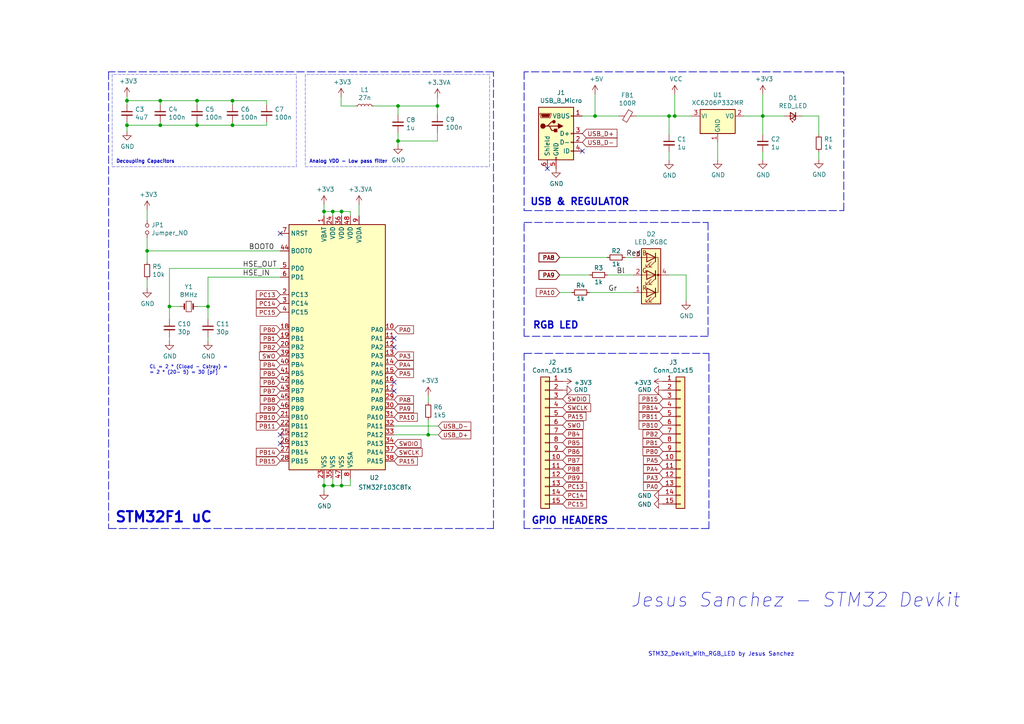
<source format=kicad_sch>
(kicad_sch (version 20211123) (generator eeschema)

  (uuid 00e36806-113d-4f22-889e-3cd7be76ac5d)

  (paper "A4")

  (lib_symbols
    (symbol "Connector:USB_B_Micro" (pin_names (offset 1.016)) (in_bom yes) (on_board yes)
      (property "Reference" "J" (id 0) (at -5.08 11.43 0)
        (effects (font (size 1.27 1.27)) (justify left))
      )
      (property "Value" "USB_B_Micro" (id 1) (at -5.08 8.89 0)
        (effects (font (size 1.27 1.27)) (justify left))
      )
      (property "Footprint" "" (id 2) (at 3.81 -1.27 0)
        (effects (font (size 1.27 1.27)) hide)
      )
      (property "Datasheet" "~" (id 3) (at 3.81 -1.27 0)
        (effects (font (size 1.27 1.27)) hide)
      )
      (property "ki_keywords" "connector USB micro" (id 4) (at 0 0 0)
        (effects (font (size 1.27 1.27)) hide)
      )
      (property "ki_description" "USB Micro Type B connector" (id 5) (at 0 0 0)
        (effects (font (size 1.27 1.27)) hide)
      )
      (property "ki_fp_filters" "USB*" (id 6) (at 0 0 0)
        (effects (font (size 1.27 1.27)) hide)
      )
      (symbol "USB_B_Micro_0_1"
        (rectangle (start -5.08 -7.62) (end 5.08 7.62)
          (stroke (width 0.254) (type default) (color 0 0 0 0))
          (fill (type background))
        )
        (circle (center -3.81 2.159) (radius 0.635)
          (stroke (width 0.254) (type default) (color 0 0 0 0))
          (fill (type outline))
        )
        (circle (center -0.635 3.429) (radius 0.381)
          (stroke (width 0.254) (type default) (color 0 0 0 0))
          (fill (type outline))
        )
        (rectangle (start -0.127 -7.62) (end 0.127 -6.858)
          (stroke (width 0) (type default) (color 0 0 0 0))
          (fill (type none))
        )
        (polyline
          (pts
            (xy -1.905 2.159)
            (xy 0.635 2.159)
          )
          (stroke (width 0.254) (type default) (color 0 0 0 0))
          (fill (type none))
        )
        (polyline
          (pts
            (xy -3.175 2.159)
            (xy -2.54 2.159)
            (xy -1.27 3.429)
            (xy -0.635 3.429)
          )
          (stroke (width 0.254) (type default) (color 0 0 0 0))
          (fill (type none))
        )
        (polyline
          (pts
            (xy -2.54 2.159)
            (xy -1.905 2.159)
            (xy -1.27 0.889)
            (xy 0 0.889)
          )
          (stroke (width 0.254) (type default) (color 0 0 0 0))
          (fill (type none))
        )
        (polyline
          (pts
            (xy 0.635 2.794)
            (xy 0.635 1.524)
            (xy 1.905 2.159)
            (xy 0.635 2.794)
          )
          (stroke (width 0.254) (type default) (color 0 0 0 0))
          (fill (type outline))
        )
        (polyline
          (pts
            (xy -4.318 5.588)
            (xy -1.778 5.588)
            (xy -2.032 4.826)
            (xy -4.064 4.826)
            (xy -4.318 5.588)
          )
          (stroke (width 0) (type default) (color 0 0 0 0))
          (fill (type outline))
        )
        (polyline
          (pts
            (xy -4.699 5.842)
            (xy -4.699 5.588)
            (xy -4.445 4.826)
            (xy -4.445 4.572)
            (xy -1.651 4.572)
            (xy -1.651 4.826)
            (xy -1.397 5.588)
            (xy -1.397 5.842)
            (xy -4.699 5.842)
          )
          (stroke (width 0) (type default) (color 0 0 0 0))
          (fill (type none))
        )
        (rectangle (start 0.254 1.27) (end -0.508 0.508)
          (stroke (width 0.254) (type default) (color 0 0 0 0))
          (fill (type outline))
        )
        (rectangle (start 5.08 -5.207) (end 4.318 -4.953)
          (stroke (width 0) (type default) (color 0 0 0 0))
          (fill (type none))
        )
        (rectangle (start 5.08 -2.667) (end 4.318 -2.413)
          (stroke (width 0) (type default) (color 0 0 0 0))
          (fill (type none))
        )
        (rectangle (start 5.08 -0.127) (end 4.318 0.127)
          (stroke (width 0) (type default) (color 0 0 0 0))
          (fill (type none))
        )
        (rectangle (start 5.08 4.953) (end 4.318 5.207)
          (stroke (width 0) (type default) (color 0 0 0 0))
          (fill (type none))
        )
      )
      (symbol "USB_B_Micro_1_1"
        (pin power_out line (at 7.62 5.08 180) (length 2.54)
          (name "VBUS" (effects (font (size 1.27 1.27))))
          (number "1" (effects (font (size 1.27 1.27))))
        )
        (pin bidirectional line (at 7.62 -2.54 180) (length 2.54)
          (name "D-" (effects (font (size 1.27 1.27))))
          (number "2" (effects (font (size 1.27 1.27))))
        )
        (pin bidirectional line (at 7.62 0 180) (length 2.54)
          (name "D+" (effects (font (size 1.27 1.27))))
          (number "3" (effects (font (size 1.27 1.27))))
        )
        (pin passive line (at 7.62 -5.08 180) (length 2.54)
          (name "ID" (effects (font (size 1.27 1.27))))
          (number "4" (effects (font (size 1.27 1.27))))
        )
        (pin power_out line (at 0 -10.16 90) (length 2.54)
          (name "GND" (effects (font (size 1.27 1.27))))
          (number "5" (effects (font (size 1.27 1.27))))
        )
        (pin passive line (at -2.54 -10.16 90) (length 2.54)
          (name "Shield" (effects (font (size 1.27 1.27))))
          (number "6" (effects (font (size 1.27 1.27))))
        )
      )
    )
    (symbol "Connector_Generic:Conn_01x15" (pin_names (offset 1.016) hide) (in_bom yes) (on_board yes)
      (property "Reference" "J" (id 0) (at 0 20.32 0)
        (effects (font (size 1.27 1.27)))
      )
      (property "Value" "Conn_01x15" (id 1) (at 0 -20.32 0)
        (effects (font (size 1.27 1.27)))
      )
      (property "Footprint" "" (id 2) (at 0 0 0)
        (effects (font (size 1.27 1.27)) hide)
      )
      (property "Datasheet" "~" (id 3) (at 0 0 0)
        (effects (font (size 1.27 1.27)) hide)
      )
      (property "ki_keywords" "connector" (id 4) (at 0 0 0)
        (effects (font (size 1.27 1.27)) hide)
      )
      (property "ki_description" "Generic connector, single row, 01x15, script generated (kicad-library-utils/schlib/autogen/connector/)" (id 5) (at 0 0 0)
        (effects (font (size 1.27 1.27)) hide)
      )
      (property "ki_fp_filters" "Connector*:*_1x??_*" (id 6) (at 0 0 0)
        (effects (font (size 1.27 1.27)) hide)
      )
      (symbol "Conn_01x15_1_1"
        (rectangle (start -1.27 -17.653) (end 0 -17.907)
          (stroke (width 0.1524) (type default) (color 0 0 0 0))
          (fill (type none))
        )
        (rectangle (start -1.27 -15.113) (end 0 -15.367)
          (stroke (width 0.1524) (type default) (color 0 0 0 0))
          (fill (type none))
        )
        (rectangle (start -1.27 -12.573) (end 0 -12.827)
          (stroke (width 0.1524) (type default) (color 0 0 0 0))
          (fill (type none))
        )
        (rectangle (start -1.27 -10.033) (end 0 -10.287)
          (stroke (width 0.1524) (type default) (color 0 0 0 0))
          (fill (type none))
        )
        (rectangle (start -1.27 -7.493) (end 0 -7.747)
          (stroke (width 0.1524) (type default) (color 0 0 0 0))
          (fill (type none))
        )
        (rectangle (start -1.27 -4.953) (end 0 -5.207)
          (stroke (width 0.1524) (type default) (color 0 0 0 0))
          (fill (type none))
        )
        (rectangle (start -1.27 -2.413) (end 0 -2.667)
          (stroke (width 0.1524) (type default) (color 0 0 0 0))
          (fill (type none))
        )
        (rectangle (start -1.27 0.127) (end 0 -0.127)
          (stroke (width 0.1524) (type default) (color 0 0 0 0))
          (fill (type none))
        )
        (rectangle (start -1.27 2.667) (end 0 2.413)
          (stroke (width 0.1524) (type default) (color 0 0 0 0))
          (fill (type none))
        )
        (rectangle (start -1.27 5.207) (end 0 4.953)
          (stroke (width 0.1524) (type default) (color 0 0 0 0))
          (fill (type none))
        )
        (rectangle (start -1.27 7.747) (end 0 7.493)
          (stroke (width 0.1524) (type default) (color 0 0 0 0))
          (fill (type none))
        )
        (rectangle (start -1.27 10.287) (end 0 10.033)
          (stroke (width 0.1524) (type default) (color 0 0 0 0))
          (fill (type none))
        )
        (rectangle (start -1.27 12.827) (end 0 12.573)
          (stroke (width 0.1524) (type default) (color 0 0 0 0))
          (fill (type none))
        )
        (rectangle (start -1.27 15.367) (end 0 15.113)
          (stroke (width 0.1524) (type default) (color 0 0 0 0))
          (fill (type none))
        )
        (rectangle (start -1.27 17.907) (end 0 17.653)
          (stroke (width 0.1524) (type default) (color 0 0 0 0))
          (fill (type none))
        )
        (rectangle (start -1.27 19.05) (end 1.27 -19.05)
          (stroke (width 0.254) (type default) (color 0 0 0 0))
          (fill (type background))
        )
        (pin passive line (at -5.08 17.78 0) (length 3.81)
          (name "Pin_1" (effects (font (size 1.27 1.27))))
          (number "1" (effects (font (size 1.27 1.27))))
        )
        (pin passive line (at -5.08 -5.08 0) (length 3.81)
          (name "Pin_10" (effects (font (size 1.27 1.27))))
          (number "10" (effects (font (size 1.27 1.27))))
        )
        (pin passive line (at -5.08 -7.62 0) (length 3.81)
          (name "Pin_11" (effects (font (size 1.27 1.27))))
          (number "11" (effects (font (size 1.27 1.27))))
        )
        (pin passive line (at -5.08 -10.16 0) (length 3.81)
          (name "Pin_12" (effects (font (size 1.27 1.27))))
          (number "12" (effects (font (size 1.27 1.27))))
        )
        (pin passive line (at -5.08 -12.7 0) (length 3.81)
          (name "Pin_13" (effects (font (size 1.27 1.27))))
          (number "13" (effects (font (size 1.27 1.27))))
        )
        (pin passive line (at -5.08 -15.24 0) (length 3.81)
          (name "Pin_14" (effects (font (size 1.27 1.27))))
          (number "14" (effects (font (size 1.27 1.27))))
        )
        (pin passive line (at -5.08 -17.78 0) (length 3.81)
          (name "Pin_15" (effects (font (size 1.27 1.27))))
          (number "15" (effects (font (size 1.27 1.27))))
        )
        (pin passive line (at -5.08 15.24 0) (length 3.81)
          (name "Pin_2" (effects (font (size 1.27 1.27))))
          (number "2" (effects (font (size 1.27 1.27))))
        )
        (pin passive line (at -5.08 12.7 0) (length 3.81)
          (name "Pin_3" (effects (font (size 1.27 1.27))))
          (number "3" (effects (font (size 1.27 1.27))))
        )
        (pin passive line (at -5.08 10.16 0) (length 3.81)
          (name "Pin_4" (effects (font (size 1.27 1.27))))
          (number "4" (effects (font (size 1.27 1.27))))
        )
        (pin passive line (at -5.08 7.62 0) (length 3.81)
          (name "Pin_5" (effects (font (size 1.27 1.27))))
          (number "5" (effects (font (size 1.27 1.27))))
        )
        (pin passive line (at -5.08 5.08 0) (length 3.81)
          (name "Pin_6" (effects (font (size 1.27 1.27))))
          (number "6" (effects (font (size 1.27 1.27))))
        )
        (pin passive line (at -5.08 2.54 0) (length 3.81)
          (name "Pin_7" (effects (font (size 1.27 1.27))))
          (number "7" (effects (font (size 1.27 1.27))))
        )
        (pin passive line (at -5.08 0 0) (length 3.81)
          (name "Pin_8" (effects (font (size 1.27 1.27))))
          (number "8" (effects (font (size 1.27 1.27))))
        )
        (pin passive line (at -5.08 -2.54 0) (length 3.81)
          (name "Pin_9" (effects (font (size 1.27 1.27))))
          (number "9" (effects (font (size 1.27 1.27))))
        )
      )
    )
    (symbol "Device:C_Small" (pin_numbers hide) (pin_names (offset 0.254) hide) (in_bom yes) (on_board yes)
      (property "Reference" "C" (id 0) (at 0.254 1.778 0)
        (effects (font (size 1.27 1.27)) (justify left))
      )
      (property "Value" "C_Small" (id 1) (at 0.254 -2.032 0)
        (effects (font (size 1.27 1.27)) (justify left))
      )
      (property "Footprint" "" (id 2) (at 0 0 0)
        (effects (font (size 1.27 1.27)) hide)
      )
      (property "Datasheet" "~" (id 3) (at 0 0 0)
        (effects (font (size 1.27 1.27)) hide)
      )
      (property "ki_keywords" "capacitor cap" (id 4) (at 0 0 0)
        (effects (font (size 1.27 1.27)) hide)
      )
      (property "ki_description" "Unpolarized capacitor, small symbol" (id 5) (at 0 0 0)
        (effects (font (size 1.27 1.27)) hide)
      )
      (property "ki_fp_filters" "C_*" (id 6) (at 0 0 0)
        (effects (font (size 1.27 1.27)) hide)
      )
      (symbol "C_Small_0_1"
        (polyline
          (pts
            (xy -1.524 -0.508)
            (xy 1.524 -0.508)
          )
          (stroke (width 0.3302) (type default) (color 0 0 0 0))
          (fill (type none))
        )
        (polyline
          (pts
            (xy -1.524 0.508)
            (xy 1.524 0.508)
          )
          (stroke (width 0.3048) (type default) (color 0 0 0 0))
          (fill (type none))
        )
      )
      (symbol "C_Small_1_1"
        (pin passive line (at 0 2.54 270) (length 2.032)
          (name "~" (effects (font (size 1.27 1.27))))
          (number "1" (effects (font (size 1.27 1.27))))
        )
        (pin passive line (at 0 -2.54 90) (length 2.032)
          (name "~" (effects (font (size 1.27 1.27))))
          (number "2" (effects (font (size 1.27 1.27))))
        )
      )
    )
    (symbol "Device:Crystal_Small" (pin_numbers hide) (pin_names (offset 1.016) hide) (in_bom yes) (on_board yes)
      (property "Reference" "Y" (id 0) (at 0 2.54 0)
        (effects (font (size 1.27 1.27)))
      )
      (property "Value" "Crystal_Small" (id 1) (at 0 -2.54 0)
        (effects (font (size 1.27 1.27)))
      )
      (property "Footprint" "" (id 2) (at 0 0 0)
        (effects (font (size 1.27 1.27)) hide)
      )
      (property "Datasheet" "~" (id 3) (at 0 0 0)
        (effects (font (size 1.27 1.27)) hide)
      )
      (property "ki_keywords" "quartz ceramic resonator oscillator" (id 4) (at 0 0 0)
        (effects (font (size 1.27 1.27)) hide)
      )
      (property "ki_description" "Two pin crystal, small symbol" (id 5) (at 0 0 0)
        (effects (font (size 1.27 1.27)) hide)
      )
      (property "ki_fp_filters" "Crystal*" (id 6) (at 0 0 0)
        (effects (font (size 1.27 1.27)) hide)
      )
      (symbol "Crystal_Small_0_1"
        (rectangle (start -0.762 -1.524) (end 0.762 1.524)
          (stroke (width 0) (type default) (color 0 0 0 0))
          (fill (type none))
        )
        (polyline
          (pts
            (xy -1.27 -0.762)
            (xy -1.27 0.762)
          )
          (stroke (width 0.381) (type default) (color 0 0 0 0))
          (fill (type none))
        )
        (polyline
          (pts
            (xy 1.27 -0.762)
            (xy 1.27 0.762)
          )
          (stroke (width 0.381) (type default) (color 0 0 0 0))
          (fill (type none))
        )
      )
      (symbol "Crystal_Small_1_1"
        (pin passive line (at -2.54 0 0) (length 1.27)
          (name "1" (effects (font (size 1.27 1.27))))
          (number "1" (effects (font (size 1.27 1.27))))
        )
        (pin passive line (at 2.54 0 180) (length 1.27)
          (name "2" (effects (font (size 1.27 1.27))))
          (number "2" (effects (font (size 1.27 1.27))))
        )
      )
    )
    (symbol "Device:Ferrite_Bead_Small" (pin_numbers hide) (pin_names (offset 0)) (in_bom yes) (on_board yes)
      (property "Reference" "FB" (id 0) (at 1.905 1.27 0)
        (effects (font (size 1.27 1.27)) (justify left))
      )
      (property "Value" "Device_Ferrite_Bead_Small" (id 1) (at 1.905 -1.27 0)
        (effects (font (size 1.27 1.27)) (justify left))
      )
      (property "Footprint" "" (id 2) (at -1.778 0 90)
        (effects (font (size 1.27 1.27)) hide)
      )
      (property "Datasheet" "" (id 3) (at 0 0 0)
        (effects (font (size 1.27 1.27)) hide)
      )
      (property "ki_fp_filters" "Inductor_* L_* *Ferrite*" (id 4) (at 0 0 0)
        (effects (font (size 1.27 1.27)) hide)
      )
      (symbol "Ferrite_Bead_Small_0_1"
        (polyline
          (pts
            (xy 0 -1.27)
            (xy 0 -0.7874)
          )
          (stroke (width 0) (type default) (color 0 0 0 0))
          (fill (type none))
        )
        (polyline
          (pts
            (xy 0 0.889)
            (xy 0 1.2954)
          )
          (stroke (width 0) (type default) (color 0 0 0 0))
          (fill (type none))
        )
        (polyline
          (pts
            (xy -1.8288 0.2794)
            (xy -1.1176 1.4986)
            (xy 1.8288 -0.2032)
            (xy 1.1176 -1.4224)
            (xy -1.8288 0.2794)
          )
          (stroke (width 0) (type default) (color 0 0 0 0))
          (fill (type none))
        )
      )
      (symbol "Ferrite_Bead_Small_1_1"
        (pin passive line (at 0 2.54 270) (length 1.27)
          (name "~" (effects (font (size 1.27 1.27))))
          (number "1" (effects (font (size 1.27 1.27))))
        )
        (pin passive line (at 0 -2.54 90) (length 1.27)
          (name "~" (effects (font (size 1.27 1.27))))
          (number "2" (effects (font (size 1.27 1.27))))
        )
      )
    )
    (symbol "Device:Jumper_NO_Small" (pin_numbers hide) (pin_names (offset 0.762) hide) (in_bom yes) (on_board yes)
      (property "Reference" "JP" (id 0) (at 0 2.032 0)
        (effects (font (size 1.27 1.27)))
      )
      (property "Value" "Device_Jumper_NO_Small" (id 1) (at 0.254 -1.524 0)
        (effects (font (size 1.27 1.27)))
      )
      (property "Footprint" "" (id 2) (at 0 0 0)
        (effects (font (size 1.27 1.27)) hide)
      )
      (property "Datasheet" "" (id 3) (at 0 0 0)
        (effects (font (size 1.27 1.27)) hide)
      )
      (property "ki_fp_filters" "SolderJumper*Open* Jumper* TestPoint*2Pads* TestPoint*Bridge*" (id 4) (at 0 0 0)
        (effects (font (size 1.27 1.27)) hide)
      )
      (symbol "Jumper_NO_Small_0_1"
        (circle (center -1.016 0) (radius 0.508)
          (stroke (width 0) (type default) (color 0 0 0 0))
          (fill (type none))
        )
        (circle (center 1.016 0) (radius 0.508)
          (stroke (width 0) (type default) (color 0 0 0 0))
          (fill (type none))
        )
        (pin passive line (at -2.54 0 0) (length 1.016)
          (name "1" (effects (font (size 1.27 1.27))))
          (number "1" (effects (font (size 1.27 1.27))))
        )
        (pin passive line (at 2.54 0 180) (length 1.016)
          (name "2" (effects (font (size 1.27 1.27))))
          (number "2" (effects (font (size 1.27 1.27))))
        )
      )
    )
    (symbol "Device:LED_RGBC" (pin_names (offset 0) hide) (in_bom yes) (on_board yes)
      (property "Reference" "D" (id 0) (at 0 9.398 0)
        (effects (font (size 1.27 1.27)))
      )
      (property "Value" "Device_LED_RGBC" (id 1) (at 0 -8.89 0)
        (effects (font (size 1.27 1.27)))
      )
      (property "Footprint" "" (id 2) (at 0 -1.27 0)
        (effects (font (size 1.27 1.27)) hide)
      )
      (property "Datasheet" "" (id 3) (at 0 -1.27 0)
        (effects (font (size 1.27 1.27)) hide)
      )
      (property "ki_fp_filters" "LED* LED_SMD:* LED_THT:*" (id 4) (at 0 0 0)
        (effects (font (size 1.27 1.27)) hide)
      )
      (symbol "LED_RGBC_0_0"
        (text "B" (at 1.905 -6.35 0)
          (effects (font (size 1.27 1.27)))
        )
        (text "G" (at 1.905 -1.27 0)
          (effects (font (size 1.27 1.27)))
        )
        (text "R" (at 1.905 3.81 0)
          (effects (font (size 1.27 1.27)))
        )
      )
      (symbol "LED_RGBC_0_1"
        (circle (center -2.032 0) (radius 0.254)
          (stroke (width 0) (type default) (color 0 0 0 0))
          (fill (type outline))
        )
        (polyline
          (pts
            (xy -1.27 -5.08)
            (xy 1.27 -5.08)
          )
          (stroke (width 0) (type default) (color 0 0 0 0))
          (fill (type none))
        )
        (polyline
          (pts
            (xy -1.27 -3.81)
            (xy -1.27 -6.35)
          )
          (stroke (width 0.254) (type default) (color 0 0 0 0))
          (fill (type none))
        )
        (polyline
          (pts
            (xy -1.27 0)
            (xy -2.54 0)
          )
          (stroke (width 0) (type default) (color 0 0 0 0))
          (fill (type none))
        )
        (polyline
          (pts
            (xy -1.27 1.27)
            (xy -1.27 -1.27)
          )
          (stroke (width 0.254) (type default) (color 0 0 0 0))
          (fill (type none))
        )
        (polyline
          (pts
            (xy -1.27 5.08)
            (xy 1.27 5.08)
          )
          (stroke (width 0) (type default) (color 0 0 0 0))
          (fill (type none))
        )
        (polyline
          (pts
            (xy -1.27 6.35)
            (xy -1.27 3.81)
          )
          (stroke (width 0.254) (type default) (color 0 0 0 0))
          (fill (type none))
        )
        (polyline
          (pts
            (xy 1.27 -5.08)
            (xy 2.54 -5.08)
          )
          (stroke (width 0) (type default) (color 0 0 0 0))
          (fill (type none))
        )
        (polyline
          (pts
            (xy 1.27 0)
            (xy -1.27 0)
          )
          (stroke (width 0) (type default) (color 0 0 0 0))
          (fill (type none))
        )
        (polyline
          (pts
            (xy 1.27 0)
            (xy 2.54 0)
          )
          (stroke (width 0) (type default) (color 0 0 0 0))
          (fill (type none))
        )
        (polyline
          (pts
            (xy 1.27 5.08)
            (xy 2.54 5.08)
          )
          (stroke (width 0) (type default) (color 0 0 0 0))
          (fill (type none))
        )
        (polyline
          (pts
            (xy -1.27 1.27)
            (xy -1.27 -1.27)
            (xy -1.27 -1.27)
          )
          (stroke (width 0) (type default) (color 0 0 0 0))
          (fill (type none))
        )
        (polyline
          (pts
            (xy -1.27 6.35)
            (xy -1.27 3.81)
            (xy -1.27 3.81)
          )
          (stroke (width 0) (type default) (color 0 0 0 0))
          (fill (type none))
        )
        (polyline
          (pts
            (xy -1.27 5.08)
            (xy -2.032 5.08)
            (xy -2.032 -5.08)
            (xy -1.016 -5.08)
          )
          (stroke (width 0) (type default) (color 0 0 0 0))
          (fill (type none))
        )
        (polyline
          (pts
            (xy 1.27 -3.81)
            (xy 1.27 -6.35)
            (xy -1.27 -5.08)
            (xy 1.27 -3.81)
          )
          (stroke (width 0.254) (type default) (color 0 0 0 0))
          (fill (type none))
        )
        (polyline
          (pts
            (xy 1.27 1.27)
            (xy 1.27 -1.27)
            (xy -1.27 0)
            (xy 1.27 1.27)
          )
          (stroke (width 0.254) (type default) (color 0 0 0 0))
          (fill (type none))
        )
        (polyline
          (pts
            (xy 1.27 6.35)
            (xy 1.27 3.81)
            (xy -1.27 5.08)
            (xy 1.27 6.35)
          )
          (stroke (width 0.254) (type default) (color 0 0 0 0))
          (fill (type none))
        )
        (polyline
          (pts
            (xy -1.016 -3.81)
            (xy 0.508 -2.286)
            (xy -0.254 -2.286)
            (xy 0.508 -2.286)
            (xy 0.508 -3.048)
          )
          (stroke (width 0) (type default) (color 0 0 0 0))
          (fill (type none))
        )
        (polyline
          (pts
            (xy -1.016 1.27)
            (xy 0.508 2.794)
            (xy -0.254 2.794)
            (xy 0.508 2.794)
            (xy 0.508 2.032)
          )
          (stroke (width 0) (type default) (color 0 0 0 0))
          (fill (type none))
        )
        (polyline
          (pts
            (xy -1.016 6.35)
            (xy 0.508 7.874)
            (xy -0.254 7.874)
            (xy 0.508 7.874)
            (xy 0.508 7.112)
          )
          (stroke (width 0) (type default) (color 0 0 0 0))
          (fill (type none))
        )
        (polyline
          (pts
            (xy 0 -3.81)
            (xy 1.524 -2.286)
            (xy 0.762 -2.286)
            (xy 1.524 -2.286)
            (xy 1.524 -3.048)
          )
          (stroke (width 0) (type default) (color 0 0 0 0))
          (fill (type none))
        )
        (polyline
          (pts
            (xy 0 1.27)
            (xy 1.524 2.794)
            (xy 0.762 2.794)
            (xy 1.524 2.794)
            (xy 1.524 2.032)
          )
          (stroke (width 0) (type default) (color 0 0 0 0))
          (fill (type none))
        )
        (polyline
          (pts
            (xy 0 6.35)
            (xy 1.524 7.874)
            (xy 0.762 7.874)
            (xy 1.524 7.874)
            (xy 1.524 7.112)
          )
          (stroke (width 0) (type default) (color 0 0 0 0))
          (fill (type none))
        )
        (rectangle (start 1.27 -1.27) (end 1.27 1.27)
          (stroke (width 0) (type default) (color 0 0 0 0))
          (fill (type none))
        )
        (rectangle (start 1.27 1.27) (end 1.27 1.27)
          (stroke (width 0) (type default) (color 0 0 0 0))
          (fill (type none))
        )
        (rectangle (start 1.27 3.81) (end 1.27 6.35)
          (stroke (width 0) (type default) (color 0 0 0 0))
          (fill (type none))
        )
        (rectangle (start 1.27 6.35) (end 1.27 6.35)
          (stroke (width 0) (type default) (color 0 0 0 0))
          (fill (type none))
        )
        (rectangle (start 2.794 8.382) (end -2.794 -7.62)
          (stroke (width 0.254) (type default) (color 0 0 0 0))
          (fill (type background))
        )
      )
      (symbol "LED_RGBC_1_1"
        (pin passive line (at 5.08 5.08 180) (length 2.54)
          (name "RA" (effects (font (size 1.27 1.27))))
          (number "1" (effects (font (size 1.27 1.27))))
        )
        (pin passive line (at 5.08 0 180) (length 2.54)
          (name "GA" (effects (font (size 1.27 1.27))))
          (number "2" (effects (font (size 1.27 1.27))))
        )
        (pin passive line (at 5.08 -5.08 180) (length 2.54)
          (name "BA" (effects (font (size 1.27 1.27))))
          (number "3" (effects (font (size 1.27 1.27))))
        )
        (pin passive line (at -5.08 0 0) (length 2.54)
          (name "K" (effects (font (size 1.27 1.27))))
          (number "4" (effects (font (size 1.27 1.27))))
        )
      )
    )
    (symbol "Device:LED_Small" (pin_numbers hide) (pin_names (offset 0.254) hide) (in_bom yes) (on_board yes)
      (property "Reference" "D" (id 0) (at -1.27 3.175 0)
        (effects (font (size 1.27 1.27)) (justify left))
      )
      (property "Value" "LED_Small" (id 1) (at -4.445 -2.54 0)
        (effects (font (size 1.27 1.27)) (justify left))
      )
      (property "Footprint" "" (id 2) (at 0 0 90)
        (effects (font (size 1.27 1.27)) hide)
      )
      (property "Datasheet" "~" (id 3) (at 0 0 90)
        (effects (font (size 1.27 1.27)) hide)
      )
      (property "ki_keywords" "LED diode light-emitting-diode" (id 4) (at 0 0 0)
        (effects (font (size 1.27 1.27)) hide)
      )
      (property "ki_description" "Light emitting diode, small symbol" (id 5) (at 0 0 0)
        (effects (font (size 1.27 1.27)) hide)
      )
      (property "ki_fp_filters" "LED* LED_SMD:* LED_THT:*" (id 6) (at 0 0 0)
        (effects (font (size 1.27 1.27)) hide)
      )
      (symbol "LED_Small_0_1"
        (polyline
          (pts
            (xy -0.762 -1.016)
            (xy -0.762 1.016)
          )
          (stroke (width 0.254) (type default) (color 0 0 0 0))
          (fill (type none))
        )
        (polyline
          (pts
            (xy 1.016 0)
            (xy -0.762 0)
          )
          (stroke (width 0) (type default) (color 0 0 0 0))
          (fill (type none))
        )
        (polyline
          (pts
            (xy 0.762 -1.016)
            (xy -0.762 0)
            (xy 0.762 1.016)
            (xy 0.762 -1.016)
          )
          (stroke (width 0.254) (type default) (color 0 0 0 0))
          (fill (type none))
        )
        (polyline
          (pts
            (xy 0 0.762)
            (xy -0.508 1.27)
            (xy -0.254 1.27)
            (xy -0.508 1.27)
            (xy -0.508 1.016)
          )
          (stroke (width 0) (type default) (color 0 0 0 0))
          (fill (type none))
        )
        (polyline
          (pts
            (xy 0.508 1.27)
            (xy 0 1.778)
            (xy 0.254 1.778)
            (xy 0 1.778)
            (xy 0 1.524)
          )
          (stroke (width 0) (type default) (color 0 0 0 0))
          (fill (type none))
        )
      )
      (symbol "LED_Small_1_1"
        (pin passive line (at -2.54 0 0) (length 1.778)
          (name "K" (effects (font (size 1.27 1.27))))
          (number "1" (effects (font (size 1.27 1.27))))
        )
        (pin passive line (at 2.54 0 180) (length 1.778)
          (name "A" (effects (font (size 1.27 1.27))))
          (number "2" (effects (font (size 1.27 1.27))))
        )
      )
    )
    (symbol "Device:L_Small" (pin_numbers hide) (pin_names (offset 0.254) hide) (in_bom yes) (on_board yes)
      (property "Reference" "L" (id 0) (at 0.762 1.016 0)
        (effects (font (size 1.27 1.27)) (justify left))
      )
      (property "Value" "L_Small" (id 1) (at 0.762 -1.016 0)
        (effects (font (size 1.27 1.27)) (justify left))
      )
      (property "Footprint" "" (id 2) (at 0 0 0)
        (effects (font (size 1.27 1.27)) hide)
      )
      (property "Datasheet" "~" (id 3) (at 0 0 0)
        (effects (font (size 1.27 1.27)) hide)
      )
      (property "ki_keywords" "inductor choke coil reactor magnetic" (id 4) (at 0 0 0)
        (effects (font (size 1.27 1.27)) hide)
      )
      (property "ki_description" "Inductor, small symbol" (id 5) (at 0 0 0)
        (effects (font (size 1.27 1.27)) hide)
      )
      (property "ki_fp_filters" "Choke_* *Coil* Inductor_* L_*" (id 6) (at 0 0 0)
        (effects (font (size 1.27 1.27)) hide)
      )
      (symbol "L_Small_0_1"
        (arc (start 0 -2.032) (mid 0.508 -1.524) (end 0 -1.016)
          (stroke (width 0) (type default) (color 0 0 0 0))
          (fill (type none))
        )
        (arc (start 0 -1.016) (mid 0.508 -0.508) (end 0 0)
          (stroke (width 0) (type default) (color 0 0 0 0))
          (fill (type none))
        )
        (arc (start 0 0) (mid 0.508 0.508) (end 0 1.016)
          (stroke (width 0) (type default) (color 0 0 0 0))
          (fill (type none))
        )
        (arc (start 0 1.016) (mid 0.508 1.524) (end 0 2.032)
          (stroke (width 0) (type default) (color 0 0 0 0))
          (fill (type none))
        )
      )
      (symbol "L_Small_1_1"
        (pin passive line (at 0 2.54 270) (length 0.508)
          (name "~" (effects (font (size 1.27 1.27))))
          (number "1" (effects (font (size 1.27 1.27))))
        )
        (pin passive line (at 0 -2.54 90) (length 0.508)
          (name "~" (effects (font (size 1.27 1.27))))
          (number "2" (effects (font (size 1.27 1.27))))
        )
      )
    )
    (symbol "Device:R_Small" (pin_numbers hide) (pin_names (offset 0.254) hide) (in_bom yes) (on_board yes)
      (property "Reference" "R" (id 0) (at 0.762 0.508 0)
        (effects (font (size 1.27 1.27)) (justify left))
      )
      (property "Value" "R_Small" (id 1) (at 0.762 -1.016 0)
        (effects (font (size 1.27 1.27)) (justify left))
      )
      (property "Footprint" "" (id 2) (at 0 0 0)
        (effects (font (size 1.27 1.27)) hide)
      )
      (property "Datasheet" "~" (id 3) (at 0 0 0)
        (effects (font (size 1.27 1.27)) hide)
      )
      (property "ki_keywords" "R resistor" (id 4) (at 0 0 0)
        (effects (font (size 1.27 1.27)) hide)
      )
      (property "ki_description" "Resistor, small symbol" (id 5) (at 0 0 0)
        (effects (font (size 1.27 1.27)) hide)
      )
      (property "ki_fp_filters" "R_*" (id 6) (at 0 0 0)
        (effects (font (size 1.27 1.27)) hide)
      )
      (symbol "R_Small_0_1"
        (rectangle (start -0.762 1.778) (end 0.762 -1.778)
          (stroke (width 0.2032) (type default) (color 0 0 0 0))
          (fill (type none))
        )
      )
      (symbol "R_Small_1_1"
        (pin passive line (at 0 2.54 270) (length 0.762)
          (name "~" (effects (font (size 1.27 1.27))))
          (number "1" (effects (font (size 1.27 1.27))))
        )
        (pin passive line (at 0 -2.54 90) (length 0.762)
          (name "~" (effects (font (size 1.27 1.27))))
          (number "2" (effects (font (size 1.27 1.27))))
        )
      )
    )
    (symbol "MCU_ST_STM32F1:STM32F103C8Tx" (in_bom yes) (on_board yes)
      (property "Reference" "U" (id 0) (at -15.24 36.83 0)
        (effects (font (size 1.27 1.27)) (justify left))
      )
      (property "Value" "STM32F103C8Tx" (id 1) (at 7.62 36.83 0)
        (effects (font (size 1.27 1.27)) (justify left))
      )
      (property "Footprint" "Package_QFP:LQFP-48_7x7mm_P0.5mm" (id 2) (at -15.24 -35.56 0)
        (effects (font (size 1.27 1.27)) (justify right) hide)
      )
      (property "Datasheet" "http://www.st.com/st-web-ui/static/active/en/resource/technical/document/datasheet/CD00161566.pdf" (id 3) (at 0 0 0)
        (effects (font (size 1.27 1.27)) hide)
      )
      (property "ki_keywords" "ARM Cortex-M3 STM32F1 STM32F103" (id 4) (at 0 0 0)
        (effects (font (size 1.27 1.27)) hide)
      )
      (property "ki_description" "ARM Cortex-M3 MCU, 64KB flash, 20KB RAM, 72MHz, 2-3.6V, 37 GPIO, LQFP-48" (id 5) (at 0 0 0)
        (effects (font (size 1.27 1.27)) hide)
      )
      (property "ki_fp_filters" "LQFP*7x7mm*P0.5mm*" (id 6) (at 0 0 0)
        (effects (font (size 1.27 1.27)) hide)
      )
      (symbol "STM32F103C8Tx_0_1"
        (rectangle (start -15.24 -35.56) (end 12.7 35.56)
          (stroke (width 0.254) (type default) (color 0 0 0 0))
          (fill (type background))
        )
      )
      (symbol "STM32F103C8Tx_1_1"
        (pin power_in line (at -5.08 38.1 270) (length 2.54)
          (name "VBAT" (effects (font (size 1.27 1.27))))
          (number "1" (effects (font (size 1.27 1.27))))
        )
        (pin bidirectional line (at 15.24 5.08 180) (length 2.54)
          (name "PA0" (effects (font (size 1.27 1.27))))
          (number "10" (effects (font (size 1.27 1.27))))
        )
        (pin bidirectional line (at 15.24 2.54 180) (length 2.54)
          (name "PA1" (effects (font (size 1.27 1.27))))
          (number "11" (effects (font (size 1.27 1.27))))
        )
        (pin bidirectional line (at 15.24 0 180) (length 2.54)
          (name "PA2" (effects (font (size 1.27 1.27))))
          (number "12" (effects (font (size 1.27 1.27))))
        )
        (pin bidirectional line (at 15.24 -2.54 180) (length 2.54)
          (name "PA3" (effects (font (size 1.27 1.27))))
          (number "13" (effects (font (size 1.27 1.27))))
        )
        (pin bidirectional line (at 15.24 -5.08 180) (length 2.54)
          (name "PA4" (effects (font (size 1.27 1.27))))
          (number "14" (effects (font (size 1.27 1.27))))
        )
        (pin bidirectional line (at 15.24 -7.62 180) (length 2.54)
          (name "PA5" (effects (font (size 1.27 1.27))))
          (number "15" (effects (font (size 1.27 1.27))))
        )
        (pin bidirectional line (at 15.24 -10.16 180) (length 2.54)
          (name "PA6" (effects (font (size 1.27 1.27))))
          (number "16" (effects (font (size 1.27 1.27))))
        )
        (pin bidirectional line (at 15.24 -12.7 180) (length 2.54)
          (name "PA7" (effects (font (size 1.27 1.27))))
          (number "17" (effects (font (size 1.27 1.27))))
        )
        (pin bidirectional line (at -17.78 5.08 0) (length 2.54)
          (name "PB0" (effects (font (size 1.27 1.27))))
          (number "18" (effects (font (size 1.27 1.27))))
        )
        (pin bidirectional line (at -17.78 2.54 0) (length 2.54)
          (name "PB1" (effects (font (size 1.27 1.27))))
          (number "19" (effects (font (size 1.27 1.27))))
        )
        (pin bidirectional line (at -17.78 15.24 0) (length 2.54)
          (name "PC13" (effects (font (size 1.27 1.27))))
          (number "2" (effects (font (size 1.27 1.27))))
        )
        (pin bidirectional line (at -17.78 0 0) (length 2.54)
          (name "PB2" (effects (font (size 1.27 1.27))))
          (number "20" (effects (font (size 1.27 1.27))))
        )
        (pin bidirectional line (at -17.78 -20.32 0) (length 2.54)
          (name "PB10" (effects (font (size 1.27 1.27))))
          (number "21" (effects (font (size 1.27 1.27))))
        )
        (pin bidirectional line (at -17.78 -22.86 0) (length 2.54)
          (name "PB11" (effects (font (size 1.27 1.27))))
          (number "22" (effects (font (size 1.27 1.27))))
        )
        (pin power_in line (at -5.08 -38.1 90) (length 2.54)
          (name "VSS" (effects (font (size 1.27 1.27))))
          (number "23" (effects (font (size 1.27 1.27))))
        )
        (pin power_in line (at -2.54 38.1 270) (length 2.54)
          (name "VDD" (effects (font (size 1.27 1.27))))
          (number "24" (effects (font (size 1.27 1.27))))
        )
        (pin bidirectional line (at -17.78 -25.4 0) (length 2.54)
          (name "PB12" (effects (font (size 1.27 1.27))))
          (number "25" (effects (font (size 1.27 1.27))))
        )
        (pin bidirectional line (at -17.78 -27.94 0) (length 2.54)
          (name "PB13" (effects (font (size 1.27 1.27))))
          (number "26" (effects (font (size 1.27 1.27))))
        )
        (pin bidirectional line (at -17.78 -30.48 0) (length 2.54)
          (name "PB14" (effects (font (size 1.27 1.27))))
          (number "27" (effects (font (size 1.27 1.27))))
        )
        (pin bidirectional line (at -17.78 -33.02 0) (length 2.54)
          (name "PB15" (effects (font (size 1.27 1.27))))
          (number "28" (effects (font (size 1.27 1.27))))
        )
        (pin bidirectional line (at 15.24 -15.24 180) (length 2.54)
          (name "PA8" (effects (font (size 1.27 1.27))))
          (number "29" (effects (font (size 1.27 1.27))))
        )
        (pin bidirectional line (at -17.78 12.7 0) (length 2.54)
          (name "PC14" (effects (font (size 1.27 1.27))))
          (number "3" (effects (font (size 1.27 1.27))))
        )
        (pin bidirectional line (at 15.24 -17.78 180) (length 2.54)
          (name "PA9" (effects (font (size 1.27 1.27))))
          (number "30" (effects (font (size 1.27 1.27))))
        )
        (pin bidirectional line (at 15.24 -20.32 180) (length 2.54)
          (name "PA10" (effects (font (size 1.27 1.27))))
          (number "31" (effects (font (size 1.27 1.27))))
        )
        (pin bidirectional line (at 15.24 -22.86 180) (length 2.54)
          (name "PA11" (effects (font (size 1.27 1.27))))
          (number "32" (effects (font (size 1.27 1.27))))
        )
        (pin bidirectional line (at 15.24 -25.4 180) (length 2.54)
          (name "PA12" (effects (font (size 1.27 1.27))))
          (number "33" (effects (font (size 1.27 1.27))))
        )
        (pin bidirectional line (at 15.24 -27.94 180) (length 2.54)
          (name "PA13" (effects (font (size 1.27 1.27))))
          (number "34" (effects (font (size 1.27 1.27))))
        )
        (pin power_in line (at -2.54 -38.1 90) (length 2.54)
          (name "VSS" (effects (font (size 1.27 1.27))))
          (number "35" (effects (font (size 1.27 1.27))))
        )
        (pin power_in line (at 0 38.1 270) (length 2.54)
          (name "VDD" (effects (font (size 1.27 1.27))))
          (number "36" (effects (font (size 1.27 1.27))))
        )
        (pin bidirectional line (at 15.24 -30.48 180) (length 2.54)
          (name "PA14" (effects (font (size 1.27 1.27))))
          (number "37" (effects (font (size 1.27 1.27))))
        )
        (pin bidirectional line (at 15.24 -33.02 180) (length 2.54)
          (name "PA15" (effects (font (size 1.27 1.27))))
          (number "38" (effects (font (size 1.27 1.27))))
        )
        (pin bidirectional line (at -17.78 -2.54 0) (length 2.54)
          (name "PB3" (effects (font (size 1.27 1.27))))
          (number "39" (effects (font (size 1.27 1.27))))
        )
        (pin bidirectional line (at -17.78 10.16 0) (length 2.54)
          (name "PC15" (effects (font (size 1.27 1.27))))
          (number "4" (effects (font (size 1.27 1.27))))
        )
        (pin bidirectional line (at -17.78 -5.08 0) (length 2.54)
          (name "PB4" (effects (font (size 1.27 1.27))))
          (number "40" (effects (font (size 1.27 1.27))))
        )
        (pin bidirectional line (at -17.78 -7.62 0) (length 2.54)
          (name "PB5" (effects (font (size 1.27 1.27))))
          (number "41" (effects (font (size 1.27 1.27))))
        )
        (pin bidirectional line (at -17.78 -10.16 0) (length 2.54)
          (name "PB6" (effects (font (size 1.27 1.27))))
          (number "42" (effects (font (size 1.27 1.27))))
        )
        (pin bidirectional line (at -17.78 -12.7 0) (length 2.54)
          (name "PB7" (effects (font (size 1.27 1.27))))
          (number "43" (effects (font (size 1.27 1.27))))
        )
        (pin input line (at -17.78 27.94 0) (length 2.54)
          (name "BOOT0" (effects (font (size 1.27 1.27))))
          (number "44" (effects (font (size 1.27 1.27))))
        )
        (pin bidirectional line (at -17.78 -15.24 0) (length 2.54)
          (name "PB8" (effects (font (size 1.27 1.27))))
          (number "45" (effects (font (size 1.27 1.27))))
        )
        (pin bidirectional line (at -17.78 -17.78 0) (length 2.54)
          (name "PB9" (effects (font (size 1.27 1.27))))
          (number "46" (effects (font (size 1.27 1.27))))
        )
        (pin power_in line (at 0 -38.1 90) (length 2.54)
          (name "VSS" (effects (font (size 1.27 1.27))))
          (number "47" (effects (font (size 1.27 1.27))))
        )
        (pin power_in line (at 2.54 38.1 270) (length 2.54)
          (name "VDD" (effects (font (size 1.27 1.27))))
          (number "48" (effects (font (size 1.27 1.27))))
        )
        (pin input line (at -17.78 22.86 0) (length 2.54)
          (name "PD0" (effects (font (size 1.27 1.27))))
          (number "5" (effects (font (size 1.27 1.27))))
        )
        (pin input line (at -17.78 20.32 0) (length 2.54)
          (name "PD1" (effects (font (size 1.27 1.27))))
          (number "6" (effects (font (size 1.27 1.27))))
        )
        (pin input line (at -17.78 33.02 0) (length 2.54)
          (name "NRST" (effects (font (size 1.27 1.27))))
          (number "7" (effects (font (size 1.27 1.27))))
        )
        (pin power_in line (at 2.54 -38.1 90) (length 2.54)
          (name "VSSA" (effects (font (size 1.27 1.27))))
          (number "8" (effects (font (size 1.27 1.27))))
        )
        (pin power_in line (at 5.08 38.1 270) (length 2.54)
          (name "VDDA" (effects (font (size 1.27 1.27))))
          (number "9" (effects (font (size 1.27 1.27))))
        )
      )
    )
    (symbol "Regulator_Linear:XC6206PxxxMR" (pin_names (offset 0.254)) (in_bom yes) (on_board yes)
      (property "Reference" "U" (id 0) (at -3.81 3.175 0)
        (effects (font (size 1.27 1.27)))
      )
      (property "Value" "XC6206PxxxMR" (id 1) (at 0 3.175 0)
        (effects (font (size 1.27 1.27)) (justify left))
      )
      (property "Footprint" "Package_TO_SOT_SMD:SOT-23" (id 2) (at 0 5.715 0)
        (effects (font (size 1.27 1.27) italic) hide)
      )
      (property "Datasheet" "https://www.torexsemi.com/file/xc6206/XC6206.pdf" (id 3) (at 0 0 0)
        (effects (font (size 1.27 1.27)) hide)
      )
      (property "ki_keywords" "Torex LDO Voltage Regulator Fixed Positive" (id 4) (at 0 0 0)
        (effects (font (size 1.27 1.27)) hide)
      )
      (property "ki_description" "Positive 60-250mA Low Dropout Regulator, Fixed Output, SOT-23" (id 5) (at 0 0 0)
        (effects (font (size 1.27 1.27)) hide)
      )
      (property "ki_fp_filters" "SOT?23*" (id 6) (at 0 0 0)
        (effects (font (size 1.27 1.27)) hide)
      )
      (symbol "XC6206PxxxMR_0_1"
        (rectangle (start -5.08 1.905) (end 5.08 -5.08)
          (stroke (width 0.254) (type default) (color 0 0 0 0))
          (fill (type background))
        )
      )
      (symbol "XC6206PxxxMR_1_1"
        (pin power_in line (at 0 -7.62 90) (length 2.54)
          (name "GND" (effects (font (size 1.27 1.27))))
          (number "1" (effects (font (size 1.27 1.27))))
        )
        (pin power_out line (at 7.62 0 180) (length 2.54)
          (name "VO" (effects (font (size 1.27 1.27))))
          (number "2" (effects (font (size 1.27 1.27))))
        )
        (pin power_in line (at -7.62 0 0) (length 2.54)
          (name "VI" (effects (font (size 1.27 1.27))))
          (number "3" (effects (font (size 1.27 1.27))))
        )
      )
    )
    (symbol "power:+3.3V" (power) (pin_names (offset 0)) (in_bom yes) (on_board yes)
      (property "Reference" "#PWR" (id 0) (at 0 -3.81 0)
        (effects (font (size 1.27 1.27)) hide)
      )
      (property "Value" "+3.3V" (id 1) (at 0 3.556 0)
        (effects (font (size 1.27 1.27)))
      )
      (property "Footprint" "" (id 2) (at 0 0 0)
        (effects (font (size 1.27 1.27)) hide)
      )
      (property "Datasheet" "" (id 3) (at 0 0 0)
        (effects (font (size 1.27 1.27)) hide)
      )
      (property "ki_keywords" "power-flag" (id 4) (at 0 0 0)
        (effects (font (size 1.27 1.27)) hide)
      )
      (property "ki_description" "Power symbol creates a global label with name \"+3.3V\"" (id 5) (at 0 0 0)
        (effects (font (size 1.27 1.27)) hide)
      )
      (symbol "+3.3V_0_1"
        (polyline
          (pts
            (xy -0.762 1.27)
            (xy 0 2.54)
          )
          (stroke (width 0) (type default) (color 0 0 0 0))
          (fill (type none))
        )
        (polyline
          (pts
            (xy 0 0)
            (xy 0 2.54)
          )
          (stroke (width 0) (type default) (color 0 0 0 0))
          (fill (type none))
        )
        (polyline
          (pts
            (xy 0 2.54)
            (xy 0.762 1.27)
          )
          (stroke (width 0) (type default) (color 0 0 0 0))
          (fill (type none))
        )
      )
      (symbol "+3.3V_1_1"
        (pin power_in line (at 0 0 90) (length 0) hide
          (name "+3V3" (effects (font (size 1.27 1.27))))
          (number "1" (effects (font (size 1.27 1.27))))
        )
      )
    )
    (symbol "power:+3.3VA" (power) (pin_names (offset 0)) (in_bom yes) (on_board yes)
      (property "Reference" "#PWR" (id 0) (at 0 -3.81 0)
        (effects (font (size 1.27 1.27)) hide)
      )
      (property "Value" "+3.3VA" (id 1) (at 0 3.556 0)
        (effects (font (size 1.27 1.27)))
      )
      (property "Footprint" "" (id 2) (at 0 0 0)
        (effects (font (size 1.27 1.27)) hide)
      )
      (property "Datasheet" "" (id 3) (at 0 0 0)
        (effects (font (size 1.27 1.27)) hide)
      )
      (property "ki_keywords" "power-flag" (id 4) (at 0 0 0)
        (effects (font (size 1.27 1.27)) hide)
      )
      (property "ki_description" "Power symbol creates a global label with name \"+3.3VA\"" (id 5) (at 0 0 0)
        (effects (font (size 1.27 1.27)) hide)
      )
      (symbol "+3.3VA_0_1"
        (polyline
          (pts
            (xy -0.762 1.27)
            (xy 0 2.54)
          )
          (stroke (width 0) (type default) (color 0 0 0 0))
          (fill (type none))
        )
        (polyline
          (pts
            (xy 0 0)
            (xy 0 2.54)
          )
          (stroke (width 0) (type default) (color 0 0 0 0))
          (fill (type none))
        )
        (polyline
          (pts
            (xy 0 2.54)
            (xy 0.762 1.27)
          )
          (stroke (width 0) (type default) (color 0 0 0 0))
          (fill (type none))
        )
      )
      (symbol "+3.3VA_1_1"
        (pin power_in line (at 0 0 90) (length 0) hide
          (name "+3.3VA" (effects (font (size 1.27 1.27))))
          (number "1" (effects (font (size 1.27 1.27))))
        )
      )
    )
    (symbol "power:+5V" (power) (pin_names (offset 0)) (in_bom yes) (on_board yes)
      (property "Reference" "#PWR" (id 0) (at 0 -3.81 0)
        (effects (font (size 1.27 1.27)) hide)
      )
      (property "Value" "+5V" (id 1) (at 0 3.556 0)
        (effects (font (size 1.27 1.27)))
      )
      (property "Footprint" "" (id 2) (at 0 0 0)
        (effects (font (size 1.27 1.27)) hide)
      )
      (property "Datasheet" "" (id 3) (at 0 0 0)
        (effects (font (size 1.27 1.27)) hide)
      )
      (property "ki_keywords" "power-flag" (id 4) (at 0 0 0)
        (effects (font (size 1.27 1.27)) hide)
      )
      (property "ki_description" "Power symbol creates a global label with name \"+5V\"" (id 5) (at 0 0 0)
        (effects (font (size 1.27 1.27)) hide)
      )
      (symbol "+5V_0_1"
        (polyline
          (pts
            (xy -0.762 1.27)
            (xy 0 2.54)
          )
          (stroke (width 0) (type default) (color 0 0 0 0))
          (fill (type none))
        )
        (polyline
          (pts
            (xy 0 0)
            (xy 0 2.54)
          )
          (stroke (width 0) (type default) (color 0 0 0 0))
          (fill (type none))
        )
        (polyline
          (pts
            (xy 0 2.54)
            (xy 0.762 1.27)
          )
          (stroke (width 0) (type default) (color 0 0 0 0))
          (fill (type none))
        )
      )
      (symbol "+5V_1_1"
        (pin power_in line (at 0 0 90) (length 0) hide
          (name "+5V" (effects (font (size 1.27 1.27))))
          (number "1" (effects (font (size 1.27 1.27))))
        )
      )
    )
    (symbol "power:GND" (power) (pin_names (offset 0)) (in_bom yes) (on_board yes)
      (property "Reference" "#PWR" (id 0) (at 0 -6.35 0)
        (effects (font (size 1.27 1.27)) hide)
      )
      (property "Value" "GND" (id 1) (at 0 -3.81 0)
        (effects (font (size 1.27 1.27)))
      )
      (property "Footprint" "" (id 2) (at 0 0 0)
        (effects (font (size 1.27 1.27)) hide)
      )
      (property "Datasheet" "" (id 3) (at 0 0 0)
        (effects (font (size 1.27 1.27)) hide)
      )
      (property "ki_keywords" "power-flag" (id 4) (at 0 0 0)
        (effects (font (size 1.27 1.27)) hide)
      )
      (property "ki_description" "Power symbol creates a global label with name \"GND\" , ground" (id 5) (at 0 0 0)
        (effects (font (size 1.27 1.27)) hide)
      )
      (symbol "GND_0_1"
        (polyline
          (pts
            (xy 0 0)
            (xy 0 -1.27)
            (xy 1.27 -1.27)
            (xy 0 -2.54)
            (xy -1.27 -1.27)
            (xy 0 -1.27)
          )
          (stroke (width 0) (type default) (color 0 0 0 0))
          (fill (type none))
        )
      )
      (symbol "GND_1_1"
        (pin power_in line (at 0 0 270) (length 0) hide
          (name "GND" (effects (font (size 1.27 1.27))))
          (number "1" (effects (font (size 1.27 1.27))))
        )
      )
    )
    (symbol "power:VCC" (power) (pin_names (offset 0)) (in_bom yes) (on_board yes)
      (property "Reference" "#PWR" (id 0) (at 0 -3.81 0)
        (effects (font (size 1.27 1.27)) hide)
      )
      (property "Value" "VCC" (id 1) (at 0 3.81 0)
        (effects (font (size 1.27 1.27)))
      )
      (property "Footprint" "" (id 2) (at 0 0 0)
        (effects (font (size 1.27 1.27)) hide)
      )
      (property "Datasheet" "" (id 3) (at 0 0 0)
        (effects (font (size 1.27 1.27)) hide)
      )
      (property "ki_keywords" "power-flag" (id 4) (at 0 0 0)
        (effects (font (size 1.27 1.27)) hide)
      )
      (property "ki_description" "Power symbol creates a global label with name \"VCC\"" (id 5) (at 0 0 0)
        (effects (font (size 1.27 1.27)) hide)
      )
      (symbol "VCC_0_1"
        (polyline
          (pts
            (xy -0.762 1.27)
            (xy 0 2.54)
          )
          (stroke (width 0) (type default) (color 0 0 0 0))
          (fill (type none))
        )
        (polyline
          (pts
            (xy 0 0)
            (xy 0 2.54)
          )
          (stroke (width 0) (type default) (color 0 0 0 0))
          (fill (type none))
        )
        (polyline
          (pts
            (xy 0 2.54)
            (xy 0.762 1.27)
          )
          (stroke (width 0) (type default) (color 0 0 0 0))
          (fill (type none))
        )
      )
      (symbol "VCC_1_1"
        (pin power_in line (at 0 0 90) (length 0) hide
          (name "VCC" (effects (font (size 1.27 1.27))))
          (number "1" (effects (font (size 1.27 1.27))))
        )
      )
    )
  )

  (junction (at 60.325 88.9) (diameter 0) (color 0 0 0 0)
    (uuid 0632debb-924b-47c7-88a0-ad38de196408)
  )
  (junction (at 57.15 36.322) (diameter 0) (color 0 0 0 0)
    (uuid 08edb32f-8304-4881-8a22-ed6816b17aa7)
  )
  (junction (at 46.482 36.322) (diameter 0) (color 0 0 0 0)
    (uuid 246bf986-83d8-470d-9eca-a96c5e5d3572)
  )
  (junction (at 99.06 140.843) (diameter 0) (color 0 0 0 0)
    (uuid 2e5b47bc-926e-40db-9844-f11ae3b7d639)
  )
  (junction (at 124.206 126.111) (diameter 0) (color 0 0 0 0)
    (uuid 37e93e98-6072-4061-ba9a-79645f5ffcde)
  )
  (junction (at 67.437 29.21) (diameter 0) (color 0 0 0 0)
    (uuid 41d84ea3-8536-4488-924a-f2d96994ad96)
  )
  (junction (at 36.83 36.322) (diameter 0) (color 0 0 0 0)
    (uuid 43408c25-233c-43b2-b1e6-6428df9c9a7d)
  )
  (junction (at 49.149 88.9) (diameter 0) (color 0 0 0 0)
    (uuid 4bcf2fe0-0e19-4a32-a842-e634f241150c)
  )
  (junction (at 115.443 30.734) (diameter 0) (color 0 0 0 0)
    (uuid 5696b62e-f9d5-491d-b030-c9cb45f6028a)
  )
  (junction (at 96.52 61.341) (diameter 0) (color 0 0 0 0)
    (uuid 5a7425a7-7cf2-4e47-83bc-3b0e7de525d4)
  )
  (junction (at 42.672 72.771) (diameter 0) (color 0 0 0 0)
    (uuid 5c3f7ef3-3a30-4177-9549-01e669057f02)
  )
  (junction (at 99.06 61.341) (diameter 0) (color 0 0 0 0)
    (uuid 6a07e735-46d9-4e42-890b-978c73d6d46e)
  )
  (junction (at 96.52 140.843) (diameter 0) (color 0 0 0 0)
    (uuid 709d9b5c-e9b5-4b79-9ea9-2ba2f180ee4d)
  )
  (junction (at 195.707 33.655) (diameter 0) (color 0 0 0 0)
    (uuid 74290cae-cd5b-415d-802f-e021905a5212)
  )
  (junction (at 46.482 29.21) (diameter 0) (color 0 0 0 0)
    (uuid 823613bd-0e32-4747-a854-6e970e70e00f)
  )
  (junction (at 221.234 33.655) (diameter 0) (color 0 0 0 0)
    (uuid 90ccd86f-9d7d-46b3-8a7b-9e77da1507eb)
  )
  (junction (at 93.98 140.843) (diameter 0) (color 0 0 0 0)
    (uuid 92728302-d59d-4ca2-991e-e48097d3a27b)
  )
  (junction (at 57.15 29.21) (diameter 0) (color 0 0 0 0)
    (uuid 95c964bf-7353-4927-b4b8-95143242a707)
  )
  (junction (at 126.873 30.734) (diameter 0) (color 0 0 0 0)
    (uuid b40c5ed9-1eee-4769-87f5-ec43f5c54044)
  )
  (junction (at 67.437 36.322) (diameter 0) (color 0 0 0 0)
    (uuid b6a5cb6a-5d0f-4855-b382-e2ddcfa0582a)
  )
  (junction (at 172.593 33.655) (diameter 0) (color 0 0 0 0)
    (uuid b953a65a-619d-4877-b671-a58ac3426f69)
  )
  (junction (at 194.056 33.655) (diameter 0) (color 0 0 0 0)
    (uuid e6ad577f-020b-4d87-ab4f-c29fd323078f)
  )
  (junction (at 93.98 61.341) (diameter 0) (color 0 0 0 0)
    (uuid e72e899e-3141-44e8-9d4f-2a36fc977442)
  )
  (junction (at 115.443 40.894) (diameter 0) (color 0 0 0 0)
    (uuid edbe115c-0d3a-41aa-93d1-40ef78fa4db5)
  )
  (junction (at 36.83 29.21) (diameter 0) (color 0 0 0 0)
    (uuid ff8b2ff2-774d-4bc8-bf59-feb4e8dca6a3)
  )

  (no_connect (at 81.28 128.651) (uuid 1b942e8c-4a98-472e-b0df-12b6abc6d6f5))
  (no_connect (at 114.3 113.411) (uuid 1ee252aa-f780-4524-a89f-73899c419c94))
  (no_connect (at 114.3 100.711) (uuid 637ea296-3f20-4ad5-a9ef-63153fa29ae5))
  (no_connect (at 81.28 126.111) (uuid 84e10980-3919-45b6-8600-74a1bf29b2d1))
  (no_connect (at 158.75 48.895) (uuid a04a5218-684d-44b2-8a4d-6543bb7b9b0b))
  (no_connect (at 81.28 67.691) (uuid a29da80a-6b9b-475e-9f39-70300ea50ee1))
  (no_connect (at 114.3 98.171) (uuid c6c2a699-7a6a-4d6b-9b16-777e59f53b10))
  (no_connect (at 114.3 110.871) (uuid ccd1ab36-82d0-4fce-bfc3-5f92e3eecf85))
  (no_connect (at 168.91 43.815) (uuid e57bd45e-f145-49a7-b6c3-30e751a623ee))

  (wire (pts (xy 126.873 30.734) (xy 126.873 28.321))
    (stroke (width 0) (type default) (color 0 0 0 0))
    (uuid 00c960b2-afa4-4142-8d81-26b3abeafe5e)
  )
  (wire (pts (xy 93.98 62.611) (xy 93.98 61.341))
    (stroke (width 0) (type default) (color 0 0 0 0))
    (uuid 019e742e-acb5-4959-8f78-9bf216b38a94)
  )
  (wire (pts (xy 36.83 36.322) (xy 46.482 36.322))
    (stroke (width 0) (type default) (color 0 0 0 0))
    (uuid 052e1532-78c7-46de-baa0-bfa09af281ee)
  )
  (polyline (pts (xy 205.359 64.516) (xy 205.359 97.536))
    (stroke (width 0.2032) (type default) (color 0 0 0 0))
    (uuid 0b84e3cd-ef77-40f4-8054-420142db6c96)
  )

  (wire (pts (xy 104.14 59.309) (xy 104.14 62.611))
    (stroke (width 0) (type default) (color 0 0 0 0))
    (uuid 0c9d824f-b46f-4423-aa7f-27b2dc5662d3)
  )
  (polyline (pts (xy 205.613 102.489) (xy 205.613 153.289))
    (stroke (width 0.2032) (type default) (color 0 0 0 0))
    (uuid 0d3cfee4-02f6-46da-a6de-1d418de3f2f4)
  )
  (polyline (pts (xy 88.519 21.59) (xy 88.519 48.387))
    (stroke (width 0.0508) (type default) (color 0 0 0 0))
    (uuid 0d5d9f74-b463-4bb4-8ddc-413fd5b5f4ec)
  )

  (wire (pts (xy 221.234 38.989) (xy 221.234 33.655))
    (stroke (width 0) (type default) (color 0 0 0 0))
    (uuid 0ea35afc-308b-41d4-ae5e-eef93b1aea5b)
  )
  (wire (pts (xy 57.15 29.21) (xy 67.437 29.21))
    (stroke (width 0) (type default) (color 0 0 0 0))
    (uuid 10218bbe-e5cf-453f-b13c-c2a28c1fbc19)
  )
  (wire (pts (xy 199.009 79.756) (xy 199.009 87.249))
    (stroke (width 0) (type default) (color 0 0 0 0))
    (uuid 10e9cdca-5bd1-4083-94df-a7015c06eb2a)
  )
  (wire (pts (xy 60.325 88.9) (xy 60.325 92.583))
    (stroke (width 0) (type default) (color 0 0 0 0))
    (uuid 158e0fe2-d252-4f8a-b7ef-2330c8f02849)
  )
  (wire (pts (xy 96.52 140.843) (xy 96.52 138.811))
    (stroke (width 0) (type default) (color 0 0 0 0))
    (uuid 15b564c5-584e-4bcf-8aae-d04e6578953c)
  )
  (wire (pts (xy 176.149 74.676) (xy 162.306 74.676))
    (stroke (width 0) (type default) (color 0 0 0 0))
    (uuid 184236b8-9dd0-4114-96c6-d0a92cd3259b)
  )
  (wire (pts (xy 36.83 27.94) (xy 36.83 29.21))
    (stroke (width 0) (type default) (color 0 0 0 0))
    (uuid 197bcb68-24b3-4894-b4e6-dd9c5d48470f)
  )
  (polyline (pts (xy 143.129 153.289) (xy 143.129 20.828))
    (stroke (width 0.2032) (type default) (color 0 0 0 0))
    (uuid 1d18a187-e52c-461d-a3c2-42383290e5e7)
  )

  (wire (pts (xy 42.672 75.946) (xy 42.672 72.771))
    (stroke (width 0) (type default) (color 0 0 0 0))
    (uuid 1d6473b6-a0df-43b9-9a82-3fae03e8f825)
  )
  (polyline (pts (xy 152.019 64.516) (xy 205.359 64.516))
    (stroke (width 0.2032) (type default) (color 0 0 0 0))
    (uuid 227e8405-1e6f-4ec9-87a7-0a40aee73ead)
  )
  (polyline (pts (xy 205.359 97.536) (xy 152.019 97.536))
    (stroke (width 0.2032) (type default) (color 0 0 0 0))
    (uuid 22be57be-5aa1-4910-9658-0701a5854c4a)
  )

  (wire (pts (xy 126.873 38.354) (xy 126.873 40.894))
    (stroke (width 0) (type default) (color 0 0 0 0))
    (uuid 231ef4de-dc9b-40e7-8799-ecea635d3a4f)
  )
  (wire (pts (xy 114.3 126.111) (xy 124.206 126.111))
    (stroke (width 0) (type default) (color 0 0 0 0))
    (uuid 23260b48-c011-4971-b14c-1169c3d46f20)
  )
  (wire (pts (xy 36.83 35.433) (xy 36.83 36.322))
    (stroke (width 0) (type default) (color 0 0 0 0))
    (uuid 2341eefc-cfbe-4c81-ac5c-74af8d93a2c0)
  )
  (wire (pts (xy 115.443 30.734) (xy 115.443 33.401))
    (stroke (width 0) (type default) (color 0 0 0 0))
    (uuid 24237d70-4eb2-43bb-803c-b4ba9367fed8)
  )
  (wire (pts (xy 60.325 80.391) (xy 81.28 80.391))
    (stroke (width 0) (type default) (color 0 0 0 0))
    (uuid 262d246a-3568-47c7-933b-1cd3e64b55f6)
  )
  (wire (pts (xy 99.06 140.843) (xy 96.52 140.843))
    (stroke (width 0) (type default) (color 0 0 0 0))
    (uuid 294ee031-8eaf-4cf8-90b3-ca0c458cba56)
  )
  (wire (pts (xy 172.593 27.305) (xy 172.593 33.655))
    (stroke (width 0) (type default) (color 0 0 0 0))
    (uuid 2ccf321e-21be-4e0f-9ed6-a7c49c91527b)
  )
  (wire (pts (xy 42.672 60.833) (xy 42.672 63.881))
    (stroke (width 0) (type default) (color 0 0 0 0))
    (uuid 2cf9f53c-1386-4d6d-b46e-b7e1cd87d6bc)
  )
  (polyline (pts (xy 88.519 48.387) (xy 141.986 48.387))
    (stroke (width 0.0508) (type default) (color 0 0 0 0))
    (uuid 2dabcc08-5e9a-4ee4-a697-2930cd060c32)
  )
  (polyline (pts (xy 152.019 153.289) (xy 152.019 102.489))
    (stroke (width 0.2032) (type default) (color 0 0 0 0))
    (uuid 2de300e3-5a28-416b-9881-c040a823b617)
  )
  (polyline (pts (xy 143.129 20.828) (xy 31.496 20.828))
    (stroke (width 0.2032) (type default) (color 0 0 0 0))
    (uuid 2e7a3a41-5e61-4d4e-8988-2d8e675b5d15)
  )

  (wire (pts (xy 60.325 97.663) (xy 60.325 98.933))
    (stroke (width 0) (type default) (color 0 0 0 0))
    (uuid 2f8c8f9d-10c2-46cd-ad08-05fba6e1e6d9)
  )
  (wire (pts (xy 57.15 29.21) (xy 57.15 30.353))
    (stroke (width 0) (type default) (color 0 0 0 0))
    (uuid 30140019-dede-42fd-8e35-5a304ffc83e0)
  )
  (wire (pts (xy 162.306 79.756) (xy 171.069 79.756))
    (stroke (width 0) (type default) (color 0 0 0 0))
    (uuid 31fad22a-2cbf-4939-9663-ad6405904778)
  )
  (wire (pts (xy 115.443 40.894) (xy 115.443 38.481))
    (stroke (width 0) (type default) (color 0 0 0 0))
    (uuid 3301e223-856b-43e4-b912-8023cdc3f22e)
  )
  (wire (pts (xy 60.325 88.9) (xy 60.325 80.391))
    (stroke (width 0) (type default) (color 0 0 0 0))
    (uuid 3656d7be-4996-4f8b-83cb-0af5c180502d)
  )
  (wire (pts (xy 93.98 140.843) (xy 93.98 142.367))
    (stroke (width 0) (type default) (color 0 0 0 0))
    (uuid 36ab1c5a-a2c7-415e-9337-1216db7059c7)
  )
  (wire (pts (xy 67.437 29.21) (xy 77.343 29.21))
    (stroke (width 0) (type default) (color 0 0 0 0))
    (uuid 36dfc32d-4ffa-4b3b-a684-51c5844b221f)
  )
  (wire (pts (xy 108.331 30.734) (xy 115.443 30.734))
    (stroke (width 0) (type default) (color 0 0 0 0))
    (uuid 3c0755c0-2b56-4ad0-95fb-6a62f7f69bbe)
  )
  (wire (pts (xy 96.52 140.843) (xy 93.98 140.843))
    (stroke (width 0) (type default) (color 0 0 0 0))
    (uuid 3c41d82b-8405-4bfa-a9b5-f504becca4d7)
  )
  (wire (pts (xy 237.49 44.069) (xy 237.49 46.228))
    (stroke (width 0) (type default) (color 0 0 0 0))
    (uuid 3e1c83ec-d8b9-4df9-a1d8-12c2aa8c63bb)
  )
  (wire (pts (xy 57.277 88.9) (xy 60.325 88.9))
    (stroke (width 0) (type default) (color 0 0 0 0))
    (uuid 3e5a7fc5-22db-46fb-b1bb-84a50b2d6d9f)
  )
  (wire (pts (xy 52.197 88.9) (xy 49.149 88.9))
    (stroke (width 0) (type default) (color 0 0 0 0))
    (uuid 3ea18efd-5ee3-44b1-a04a-6354580d5d75)
  )
  (wire (pts (xy 67.437 36.322) (xy 67.437 35.433))
    (stroke (width 0) (type default) (color 0 0 0 0))
    (uuid 3f872b44-7e48-4799-9266-a842790b5438)
  )
  (wire (pts (xy 221.234 33.655) (xy 221.234 27.305))
    (stroke (width 0) (type default) (color 0 0 0 0))
    (uuid 413e4b49-7ec6-4c74-baca-7c86bfec53db)
  )
  (wire (pts (xy 195.707 33.655) (xy 194.056 33.655))
    (stroke (width 0) (type default) (color 0 0 0 0))
    (uuid 4477ba65-68e0-4d35-905d-56ddf61b45ca)
  )
  (wire (pts (xy 49.149 77.851) (xy 81.28 77.851))
    (stroke (width 0) (type default) (color 0 0 0 0))
    (uuid 4823b820-ba1b-421c-ab78-da35fdaf6454)
  )
  (wire (pts (xy 42.672 72.771) (xy 42.672 68.961))
    (stroke (width 0) (type default) (color 0 0 0 0))
    (uuid 4bf86235-9386-4fe6-b6ab-19760a144124)
  )
  (wire (pts (xy 114.3 123.571) (xy 127.127 123.571))
    (stroke (width 0) (type default) (color 0 0 0 0))
    (uuid 4d12daee-81af-4409-a06f-f64938a18d76)
  )
  (polyline (pts (xy 141.986 48.387) (xy 141.986 21.59))
    (stroke (width 0.0508) (type default) (color 0 0 0 0))
    (uuid 547fe4ad-246e-4c4c-a260-e58861f20087)
  )

  (wire (pts (xy 46.482 29.21) (xy 46.482 30.353))
    (stroke (width 0) (type default) (color 0 0 0 0))
    (uuid 56ccb014-0b3a-4ed5-a9d0-c70f892a18b4)
  )
  (wire (pts (xy 99.06 62.611) (xy 99.06 61.341))
    (stroke (width 0) (type default) (color 0 0 0 0))
    (uuid 5d13f617-161f-4c68-98ea-696d87f0a0be)
  )
  (wire (pts (xy 98.933 30.734) (xy 98.933 28.194))
    (stroke (width 0) (type default) (color 0 0 0 0))
    (uuid 5fe7b281-8a68-4d20-8782-fd0100e90741)
  )
  (wire (pts (xy 93.98 61.341) (xy 96.52 61.341))
    (stroke (width 0) (type default) (color 0 0 0 0))
    (uuid 6afb9509-4267-45b9-b7dd-802c6961c178)
  )
  (wire (pts (xy 93.98 140.843) (xy 93.98 138.811))
    (stroke (width 0) (type default) (color 0 0 0 0))
    (uuid 6b66a4fe-82c2-484e-b2b0-47e7ab549c52)
  )
  (wire (pts (xy 77.343 36.322) (xy 77.343 35.433))
    (stroke (width 0) (type default) (color 0 0 0 0))
    (uuid 6b717636-553b-4c6c-b9ad-4617676c956a)
  )
  (wire (pts (xy 101.6 61.341) (xy 101.6 62.611))
    (stroke (width 0) (type default) (color 0 0 0 0))
    (uuid 70c32e26-7f22-4ed1-b1f4-d41614695799)
  )
  (polyline (pts (xy 85.979 48.387) (xy 85.979 21.59))
    (stroke (width 0.0508) (type default) (color 0 0 0 0))
    (uuid 71f19d6e-9925-4a93-96fa-4bbd36780f8c)
  )

  (wire (pts (xy 49.149 88.9) (xy 49.149 77.851))
    (stroke (width 0) (type default) (color 0 0 0 0))
    (uuid 72c68ce1-de2f-4610-adad-51a6d09253a2)
  )
  (wire (pts (xy 96.52 62.611) (xy 96.52 61.341))
    (stroke (width 0) (type default) (color 0 0 0 0))
    (uuid 75a315fe-09bd-43ba-a192-fce831127075)
  )
  (wire (pts (xy 124.206 121.793) (xy 124.206 126.111))
    (stroke (width 0) (type default) (color 0 0 0 0))
    (uuid 793cbc9a-d991-4452-949f-3c10a4a009fa)
  )
  (wire (pts (xy 115.443 40.894) (xy 115.443 42.037))
    (stroke (width 0) (type default) (color 0 0 0 0))
    (uuid 7a3d6d77-28ac-4d4d-94a6-e4a0b60ad6c2)
  )
  (wire (pts (xy 195.707 27.305) (xy 195.707 33.655))
    (stroke (width 0) (type default) (color 0 0 0 0))
    (uuid 7dbd98d5-a2ff-4845-8bad-c792c663ff96)
  )
  (polyline (pts (xy 244.729 61.087) (xy 244.729 20.828))
    (stroke (width 0.2032) (type default) (color 0 0 0 0))
    (uuid 85c250ab-4be4-401c-a2dc-efd252b4b5cc)
  )
  (polyline (pts (xy 31.496 153.289) (xy 143.129 153.289))
    (stroke (width 0.2032) (type default) (color 0 0 0 0))
    (uuid 86c17ced-fd67-44c3-b056-81975dd8b7c7)
  )

  (wire (pts (xy 124.206 114.808) (xy 124.206 116.713))
    (stroke (width 0) (type default) (color 0 0 0 0))
    (uuid 8ba612fe-c7cf-4c60-853b-1c1b31b9b885)
  )
  (wire (pts (xy 42.672 72.771) (xy 81.28 72.771))
    (stroke (width 0) (type default) (color 0 0 0 0))
    (uuid 8bce1d2d-ccc9-4753-a09d-ef8b6266bed8)
  )
  (wire (pts (xy 181.229 74.676) (xy 183.769 74.676))
    (stroke (width 0) (type default) (color 0 0 0 0))
    (uuid 8bdcce84-b810-4a58-8b28-15da09943087)
  )
  (polyline (pts (xy 152.019 97.536) (xy 152.019 64.516))
    (stroke (width 0.2032) (type default) (color 0 0 0 0))
    (uuid 8eec0cdc-f09d-4456-baeb-c66436f28196)
  )
  (polyline (pts (xy 152.019 20.828) (xy 152.019 61.087))
    (stroke (width 0.2032) (type default) (color 0 0 0 0))
    (uuid 8f822d1a-bfa1-473c-ab5f-69011682cb66)
  )

  (wire (pts (xy 126.873 40.894) (xy 115.443 40.894))
    (stroke (width 0) (type default) (color 0 0 0 0))
    (uuid 943ca142-8800-4826-bd0d-c8f9d0472c20)
  )
  (wire (pts (xy 67.437 36.322) (xy 77.343 36.322))
    (stroke (width 0) (type default) (color 0 0 0 0))
    (uuid 96d64ec3-74dd-45f3-9f77-b1b10a62a585)
  )
  (wire (pts (xy 194.056 38.989) (xy 194.056 33.655))
    (stroke (width 0) (type default) (color 0 0 0 0))
    (uuid 97bf8cc6-dd1d-4ce0-9dea-cb31c48f600e)
  )
  (polyline (pts (xy 244.729 20.828) (xy 152.019 20.828))
    (stroke (width 0.2032) (type default) (color 0 0 0 0))
    (uuid 9c1fe43c-c52f-4143-be2e-8d34bdee381a)
  )

  (wire (pts (xy 194.056 33.655) (xy 184.531 33.655))
    (stroke (width 0) (type default) (color 0 0 0 0))
    (uuid 9d094826-880f-4364-aa25-0f485a45158c)
  )
  (polyline (pts (xy 85.979 21.59) (xy 32.512 21.59))
    (stroke (width 0.0508) (type default) (color 0 0 0 0))
    (uuid a0230c1e-af66-42bb-aa8b-947fbce35d74)
  )
  (polyline (pts (xy 152.019 102.489) (xy 205.613 102.489))
    (stroke (width 0.2032) (type default) (color 0 0 0 0))
    (uuid a3153bca-48e7-41d5-bcd2-faecf9167439)
  )
  (polyline (pts (xy 32.512 48.387) (xy 85.979 48.387))
    (stroke (width 0.0508) (type default) (color 0 0 0 0))
    (uuid a374d166-315e-4d1e-bb05-00c92a765634)
  )

  (wire (pts (xy 96.52 61.341) (xy 99.06 61.341))
    (stroke (width 0) (type default) (color 0 0 0 0))
    (uuid aa6f0f69-792d-4dd3-8b1d-b9f2e6d0e6d4)
  )
  (wire (pts (xy 42.672 83.693) (xy 42.672 81.026))
    (stroke (width 0) (type default) (color 0 0 0 0))
    (uuid ac20376a-fbc0-41d8-b71a-463641dff519)
  )
  (wire (pts (xy 36.83 36.322) (xy 36.83 38.1))
    (stroke (width 0) (type default) (color 0 0 0 0))
    (uuid acdf798d-1afa-4215-a53d-19ed72d39c03)
  )
  (polyline (pts (xy 31.496 20.828) (xy 31.496 153.289))
    (stroke (width 0.2032) (type default) (color 0 0 0 0))
    (uuid affa7ed8-42d6-40f0-a750-2b501ca91694)
  )

  (wire (pts (xy 126.873 30.734) (xy 126.873 33.274))
    (stroke (width 0) (type default) (color 0 0 0 0))
    (uuid b4a2050b-1a71-4e5d-90df-d556585b506e)
  )
  (wire (pts (xy 46.482 29.21) (xy 57.15 29.21))
    (stroke (width 0) (type default) (color 0 0 0 0))
    (uuid b5555fd5-58a2-45cf-933e-ad3e682b57ed)
  )
  (polyline (pts (xy 32.512 21.59) (xy 32.512 48.387))
    (stroke (width 0.0508) (type default) (color 0 0 0 0))
    (uuid b560d390-7e24-483e-936c-e8f68141a142)
  )

  (wire (pts (xy 99.06 140.843) (xy 99.06 138.811))
    (stroke (width 0) (type default) (color 0 0 0 0))
    (uuid b7c79874-81c8-4000-93d5-81d8bca7a7cb)
  )
  (wire (pts (xy 221.234 44.069) (xy 221.234 46.355))
    (stroke (width 0) (type default) (color 0 0 0 0))
    (uuid b9371ef4-c8f1-4bae-943b-acf99ce455e1)
  )
  (wire (pts (xy 168.91 33.655) (xy 172.593 33.655))
    (stroke (width 0) (type default) (color 0 0 0 0))
    (uuid bb712edd-b883-4405-af65-13043b9801ea)
  )
  (wire (pts (xy 232.537 33.655) (xy 237.49 33.655))
    (stroke (width 0) (type default) (color 0 0 0 0))
    (uuid bbef2498-a801-40be-853c-c11e3b193c4d)
  )
  (wire (pts (xy 93.98 61.341) (xy 93.98 59.309))
    (stroke (width 0) (type default) (color 0 0 0 0))
    (uuid bff81813-536f-4f95-b914-1131645cd7c2)
  )
  (wire (pts (xy 221.234 33.655) (xy 227.457 33.655))
    (stroke (width 0) (type default) (color 0 0 0 0))
    (uuid c059385a-aeb8-4edd-b98a-e02c28b0de8a)
  )
  (wire (pts (xy 195.707 33.655) (xy 200.533 33.655))
    (stroke (width 0) (type default) (color 0 0 0 0))
    (uuid c0d8fa60-6c03-4307-b9f1-de4846c69120)
  )
  (wire (pts (xy 57.15 36.322) (xy 57.15 35.433))
    (stroke (width 0) (type default) (color 0 0 0 0))
    (uuid c48e67e1-6a4a-4327-94ed-741ccd48e07a)
  )
  (wire (pts (xy 67.437 29.21) (xy 67.437 30.353))
    (stroke (width 0) (type default) (color 0 0 0 0))
    (uuid c56a3ce8-80b1-41e7-88c9-d504fecb41b4)
  )
  (wire (pts (xy 49.149 92.583) (xy 49.149 88.9))
    (stroke (width 0) (type default) (color 0 0 0 0))
    (uuid c58d3384-9ed8-4119-912e-c225860c48cc)
  )
  (wire (pts (xy 124.206 126.111) (xy 127.127 126.111))
    (stroke (width 0) (type default) (color 0 0 0 0))
    (uuid c96ad8f7-d1d1-4065-9baf-198e97b1352f)
  )
  (wire (pts (xy 208.153 41.275) (xy 208.153 46.355))
    (stroke (width 0) (type default) (color 0 0 0 0))
    (uuid cac45b38-c21f-457d-bc07-5f70d7901a70)
  )
  (wire (pts (xy 57.15 36.322) (xy 67.437 36.322))
    (stroke (width 0) (type default) (color 0 0 0 0))
    (uuid cacd0428-1e5c-4b4b-85ca-ff63fbb166e9)
  )
  (wire (pts (xy 237.49 33.655) (xy 237.49 38.989))
    (stroke (width 0) (type default) (color 0 0 0 0))
    (uuid cee2ca0f-9764-42dd-9fd2-6700a2d8efae)
  )
  (wire (pts (xy 99.06 61.341) (xy 101.6 61.341))
    (stroke (width 0) (type default) (color 0 0 0 0))
    (uuid d0740e78-4ebe-4390-a838-051665937c06)
  )
  (wire (pts (xy 115.443 30.734) (xy 126.873 30.734))
    (stroke (width 0) (type default) (color 0 0 0 0))
    (uuid d0e22c43-fffe-4e0a-98b6-fe830cd5b10d)
  )
  (wire (pts (xy 165.862 84.836) (xy 162.306 84.836))
    (stroke (width 0) (type default) (color 0 0 0 0))
    (uuid d71d4895-59fc-4863-833b-3fe59489ff82)
  )
  (wire (pts (xy 194.056 44.069) (xy 194.056 46.482))
    (stroke (width 0) (type default) (color 0 0 0 0))
    (uuid d8365813-9aae-4bd7-8b29-abd545c1f6c1)
  )
  (wire (pts (xy 193.929 79.756) (xy 199.009 79.756))
    (stroke (width 0) (type default) (color 0 0 0 0))
    (uuid db69481a-db8d-421d-8aab-f23da8ba7622)
  )
  (wire (pts (xy 172.593 33.655) (xy 179.451 33.655))
    (stroke (width 0) (type default) (color 0 0 0 0))
    (uuid e16932c6-4644-4ca2-b59a-6a89b09e35e0)
  )
  (wire (pts (xy 170.942 84.836) (xy 183.769 84.836))
    (stroke (width 0) (type default) (color 0 0 0 0))
    (uuid e1e18d95-a891-4590-b349-09ff7455d02f)
  )
  (polyline (pts (xy 205.613 153.289) (xy 152.019 153.289))
    (stroke (width 0.2032) (type default) (color 0 0 0 0))
    (uuid e419d764-6450-4a19-bbc7-3a8af12017ac)
  )

  (wire (pts (xy 36.83 29.21) (xy 46.482 29.21))
    (stroke (width 0) (type default) (color 0 0 0 0))
    (uuid e5797d39-57eb-4972-8c09-50f486be9356)
  )
  (wire (pts (xy 46.482 36.322) (xy 57.15 36.322))
    (stroke (width 0) (type default) (color 0 0 0 0))
    (uuid e8c9c927-31dc-486c-bf60-092d9d0b31ab)
  )
  (wire (pts (xy 77.343 29.21) (xy 77.343 30.353))
    (stroke (width 0) (type default) (color 0 0 0 0))
    (uuid ec5bc8f4-75de-4b0b-8edc-98733e739a04)
  )
  (wire (pts (xy 215.773 33.655) (xy 221.234 33.655))
    (stroke (width 0) (type default) (color 0 0 0 0))
    (uuid ed989016-ade2-44f8-a212-24da0fb5d2b0)
  )
  (polyline (pts (xy 141.986 21.59) (xy 88.519 21.59))
    (stroke (width 0.0508) (type default) (color 0 0 0 0))
    (uuid ef5cd4d4-677b-409e-90f1-7646056b3a08)
  )

  (wire (pts (xy 46.482 36.322) (xy 46.482 35.433))
    (stroke (width 0) (type default) (color 0 0 0 0))
    (uuid f3101cee-363a-4a6a-8db3-7131c233334f)
  )
  (wire (pts (xy 103.251 30.734) (xy 98.933 30.734))
    (stroke (width 0) (type default) (color 0 0 0 0))
    (uuid f57c6d32-cbaa-47d8-b618-2b1f2d613e7c)
  )
  (wire (pts (xy 49.149 97.663) (xy 49.149 98.933))
    (stroke (width 0) (type default) (color 0 0 0 0))
    (uuid f6edacb3-ed2a-4d99-a716-89f64b4dcba7)
  )
  (wire (pts (xy 101.6 138.811) (xy 101.6 140.843))
    (stroke (width 0) (type default) (color 0 0 0 0))
    (uuid f7bb6dd8-be37-4d99-8249-ec14654754f9)
  )
  (polyline (pts (xy 152.019 61.087) (xy 244.729 61.087))
    (stroke (width 0.2032) (type default) (color 0 0 0 0))
    (uuid f9ee4e69-255a-497e-87c8-c9aad4e8cbf2)
  )

  (wire (pts (xy 176.149 79.756) (xy 183.769 79.756))
    (stroke (width 0) (type default) (color 0 0 0 0))
    (uuid fce51499-0dc6-4c2c-a3b4-d079338244a9)
  )
  (wire (pts (xy 36.83 29.21) (xy 36.83 30.353))
    (stroke (width 0) (type default) (color 0 0 0 0))
    (uuid fdcc983a-be7a-4e08-bdad-34151d00e36e)
  )
  (wire (pts (xy 101.6 140.843) (xy 99.06 140.843))
    (stroke (width 0) (type default) (color 0 0 0 0))
    (uuid ff0a2a98-bc67-4def-8c87-eb0d64e2d070)
  )

  (text "Decoupling Capacitors" (at 33.655 47.498 0)
    (effects (font (size 0.9906 0.9906) (thickness 0.1981) bold) (justify left bottom))
    (uuid 1f9e5d52-48f0-4454-bb17-6e15b3314700)
  )
  (text "CL = 2 * (Cload - Cstray) =\n= 2 * (20- 5) = 30 [pF]"
    (at 43.307 108.712 0)
    (effects (font (size 0.9906 0.9906)) (justify left bottom))
    (uuid 29fce808-6d36-40d4-9602-9f4120d8ea77)
  )
  (text "GPIO HEADERS" (at 176.53 152.273 180)
    (effects (font (size 2.0066 2.0066) (thickness 0.4013) bold) (justify right bottom))
    (uuid 2f7bcf57-a646-4a1a-9aac-ec3520991d69)
  )
  (text "STM32_Devkit_With_RGB_LED by Jesus Sanchez" (at 187.96 190.5 0)
    (effects (font (size 1.1938 1.1938)) (justify left bottom))
    (uuid 466d8ef2-73e2-4081-9dfb-ed66c8797cbb)
  )
  (text "USB & REGULATOR" (at 153.67 59.817 0)
    (effects (font (size 2.0066 2.0066) (thickness 0.4013) bold) (justify left bottom))
    (uuid 791fa79c-b50e-4457-ab6c-acbd2fbef598)
  )
  (text "RGB LED " (at 154.432 95.631 0)
    (effects (font (size 2.0066 2.0066) (thickness 0.4013) bold) (justify left bottom))
    (uuid 87412e9d-ce57-41e0-a0e4-452380f58e00)
  )
  (text "Jesus Sanchez - STM32 Devkit " (at 182.88 176.53 0)
    (effects (font (size 4 4) italic) (justify left bottom))
    (uuid 9155d224-3820-4ee9-b70e-e3eb3e4a2e5b)
  )
  (text "Analog VDD - Low pass filter" (at 89.662 47.498 0)
    (effects (font (size 0.9906 0.9906) (thickness 0.1981) bold) (justify left bottom))
    (uuid ae1091f9-be9a-4c5e-a932-4d89f59d1190)
  )
  (text "STM32F1 uC" (at 61.722 151.892 180)
    (effects (font (size 2.9972 2.9972) (thickness 0.5994) bold) (justify right bottom))
    (uuid b25a6e7f-ac8f-4fb5-9236-f417632edc9d)
  )

  (label "Red" (at 181.61 74.676 0)
    (effects (font (size 1.4986 1.4986)) (justify left bottom))
    (uuid 417055ab-edff-4ae9-9203-29ae429e7e4f)
  )
  (label "BOOT0" (at 72.136 72.771 0)
    (effects (font (size 1.4986 1.4986)) (justify left bottom))
    (uuid 58a20c6c-dedc-466b-aada-852b5af59d76)
  )
  (label "HSE_IN" (at 70.358 80.391 0)
    (effects (font (size 1.4986 1.4986)) (justify left bottom))
    (uuid 6821e406-9c56-4b9d-9be2-2662789855a8)
  )
  (label "HSE_OUT" (at 70.358 77.851 0)
    (effects (font (size 1.4986 1.4986)) (justify left bottom))
    (uuid 9736a5df-4470-4add-ab07-6030d7add6f0)
  )
  (label "Bl" (at 178.816 79.756 0)
    (effects (font (size 1.4986 1.4986)) (justify left bottom))
    (uuid d2fcce25-306c-4060-aafa-78eab6c73b76)
  )
  (label "Gr" (at 176.403 84.836 0)
    (effects (font (size 1.4986 1.4986)) (justify left bottom))
    (uuid d70f2c15-8286-4c3f-a3e1-5b9e0c852bdc)
  )

  (global_label "PB5" (shape input) (at 163.195 128.397 0) (fields_autoplaced)
    (effects (font (size 1.1938 1.1938)) (justify left))
    (uuid 055c508c-3b1d-418a-a809-398b6f637be4)
    (property "Intersheet References" "${INTERSHEET_REFS}" (id 0) (at 0 0 0)
      (effects (font (size 1.27 1.27)) hide)
    )
  )
  (global_label "PB15" (shape input) (at 192.278 115.697 180) (fields_autoplaced)
    (effects (font (size 1.1938 1.1938)) (justify right))
    (uuid 0f0bf2f4-dc41-4654-9e82-84a22eab9b1e)
    (property "Intersheet References" "${INTERSHEET_REFS}" (id 0) (at 0 0 0)
      (effects (font (size 1.27 1.27)) hide)
    )
  )
  (global_label "PB2" (shape input) (at 192.278 125.857 180) (fields_autoplaced)
    (effects (font (size 1.1938 1.1938)) (justify right))
    (uuid 0fa57655-3406-4854-b52b-fe3be45cccf0)
    (property "Intersheet References" "${INTERSHEET_REFS}" (id 0) (at 0 0 0)
      (effects (font (size 1.27 1.27)) hide)
    )
  )
  (global_label "PA15" (shape input) (at 114.3 133.731 0) (fields_autoplaced)
    (effects (font (size 1.1938 1.1938)) (justify left))
    (uuid 0fe1bcd2-43c3-4b42-9fb4-150e869a8604)
    (property "Intersheet References" "${INTERSHEET_REFS}" (id 0) (at 0 0 0)
      (effects (font (size 1.27 1.27)) hide)
    )
  )
  (global_label "PA3" (shape input) (at 114.3 103.251 0) (fields_autoplaced)
    (effects (font (size 1.1938 1.1938)) (justify left))
    (uuid 147c05ae-41ec-4b6a-baf3-3487c7bfd9b9)
    (property "Intersheet References" "${INTERSHEET_REFS}" (id 0) (at 0 0 0)
      (effects (font (size 1.27 1.27)) hide)
    )
  )
  (global_label "PA0" (shape input) (at 192.278 141.097 180) (fields_autoplaced)
    (effects (font (size 1.1938 1.1938)) (justify right))
    (uuid 1baebc0d-31bb-48b8-adf8-ab0e95501414)
    (property "Intersheet References" "${INTERSHEET_REFS}" (id 0) (at 0 0 0)
      (effects (font (size 1.27 1.27)) hide)
    )
  )
  (global_label "PA9" (shape input) (at 162.306 79.756 180) (fields_autoplaced)
    (effects (font (size 1.1938 1.1938) (thickness 0.2388) bold) (justify right))
    (uuid 1ced31fe-2f57-424d-8d67-7bfac5eeae7a)
    (property "Intersheet References" "${INTERSHEET_REFS}" (id 0) (at 0 0 0)
      (effects (font (size 1.27 1.27)) hide)
    )
  )
  (global_label "PA9" (shape input) (at 114.3 118.491 0) (fields_autoplaced)
    (effects (font (size 1.1938 1.1938)) (justify left))
    (uuid 1e51e080-586f-4aa6-90a8-60a185505853)
    (property "Intersheet References" "${INTERSHEET_REFS}" (id 0) (at 0 0 0)
      (effects (font (size 1.27 1.27)) hide)
    )
  )
  (global_label "PB0" (shape input) (at 81.28 95.631 180) (fields_autoplaced)
    (effects (font (size 1.1938 1.1938)) (justify right))
    (uuid 22315fb1-0571-4d01-b1c5-8df8e329ebfc)
    (property "Intersheet References" "${INTERSHEET_REFS}" (id 0) (at 0 0 0)
      (effects (font (size 1.27 1.27)) hide)
    )
  )
  (global_label "PB1" (shape input) (at 81.28 98.171 180) (fields_autoplaced)
    (effects (font (size 1.1938 1.1938)) (justify right))
    (uuid 268e10e7-af3a-43c0-a58a-5943c89875d3)
    (property "Intersheet References" "${INTERSHEET_REFS}" (id 0) (at 0 0 0)
      (effects (font (size 1.27 1.27)) hide)
    )
  )
  (global_label "PB0" (shape input) (at 192.278 130.937 180) (fields_autoplaced)
    (effects (font (size 1.1938 1.1938)) (justify right))
    (uuid 285cc15f-cf9c-424b-a5cd-4cbb5f4c72f8)
    (property "Intersheet References" "${INTERSHEET_REFS}" (id 0) (at 0 0 0)
      (effects (font (size 1.27 1.27)) hide)
    )
  )
  (global_label "PA10" (shape input) (at 114.3 121.031 0) (fields_autoplaced)
    (effects (font (size 1.1938 1.1938)) (justify left))
    (uuid 2d500d3f-13e5-4bd0-99c6-9636b93ac1c0)
    (property "Intersheet References" "${INTERSHEET_REFS}" (id 0) (at 0 0 0)
      (effects (font (size 1.27 1.27)) hide)
    )
  )
  (global_label "PB4" (shape input) (at 163.195 125.857 0) (fields_autoplaced)
    (effects (font (size 1.1938 1.1938)) (justify left))
    (uuid 2d583322-b281-4285-95e0-223eff64119d)
    (property "Intersheet References" "${INTERSHEET_REFS}" (id 0) (at 0 0 0)
      (effects (font (size 1.27 1.27)) hide)
    )
  )
  (global_label "PB9" (shape input) (at 163.195 138.557 0) (fields_autoplaced)
    (effects (font (size 1.1938 1.1938)) (justify left))
    (uuid 3744125e-93a5-4535-b604-769a59249cb2)
    (property "Intersheet References" "${INTERSHEET_REFS}" (id 0) (at 0 0 0)
      (effects (font (size 1.27 1.27)) hide)
    )
  )
  (global_label "PA5" (shape input) (at 114.3 108.331 0) (fields_autoplaced)
    (effects (font (size 1.1938 1.1938)) (justify left))
    (uuid 38016615-dfaa-49cc-a001-a4aed10b3f54)
    (property "Intersheet References" "${INTERSHEET_REFS}" (id 0) (at 0 0 0)
      (effects (font (size 1.27 1.27)) hide)
    )
  )
  (global_label "USB_D-" (shape input) (at 127.127 123.571 0) (fields_autoplaced)
    (effects (font (size 1.1938 1.1938)) (justify left))
    (uuid 3cb1ead1-67b3-42c8-a113-f57b7ed39d5a)
    (property "Intersheet References" "${INTERSHEET_REFS}" (id 0) (at 0 0 0)
      (effects (font (size 1.27 1.27)) hide)
    )
  )
  (global_label "PB10" (shape input) (at 81.28 121.031 180) (fields_autoplaced)
    (effects (font (size 1.1938 1.1938)) (justify right))
    (uuid 3d6166b0-0a40-4a64-bcf8-78f49f212c4a)
    (property "Intersheet References" "${INTERSHEET_REFS}" (id 0) (at 0 0 0)
      (effects (font (size 1.27 1.27)) hide)
    )
  )
  (global_label "PC15" (shape input) (at 163.195 146.177 0) (fields_autoplaced)
    (effects (font (size 1.1938 1.1938)) (justify left))
    (uuid 4107c255-6a15-45d7-abf7-e1189643e4fa)
    (property "Intersheet References" "${INTERSHEET_REFS}" (id 0) (at 0 0 0)
      (effects (font (size 1.27 1.27)) hide)
    )
  )
  (global_label "PB9" (shape input) (at 81.28 118.491 180) (fields_autoplaced)
    (effects (font (size 1.1938 1.1938)) (justify right))
    (uuid 436220da-3a54-4ee1-bcfd-5f67ff58192c)
    (property "Intersheet References" "${INTERSHEET_REFS}" (id 0) (at 0 0 0)
      (effects (font (size 1.27 1.27)) hide)
    )
  )
  (global_label "PB14" (shape input) (at 81.28 131.191 180) (fields_autoplaced)
    (effects (font (size 1.1938 1.1938)) (justify right))
    (uuid 454edf55-49fa-4bea-a96b-34e591e8034c)
    (property "Intersheet References" "${INTERSHEET_REFS}" (id 0) (at 0 0 0)
      (effects (font (size 1.27 1.27)) hide)
    )
  )
  (global_label "PB11" (shape input) (at 81.28 123.571 180) (fields_autoplaced)
    (effects (font (size 1.1938 1.1938)) (justify right))
    (uuid 4c0f9d83-97ac-4cc2-9176-b94ace45f61e)
    (property "Intersheet References" "${INTERSHEET_REFS}" (id 0) (at 0 0 0)
      (effects (font (size 1.27 1.27)) hide)
    )
  )
  (global_label "PB8" (shape input) (at 81.28 115.951 180) (fields_autoplaced)
    (effects (font (size 1.1938 1.1938)) (justify right))
    (uuid 5081e45f-afb3-4920-be99-567b5eff2776)
    (property "Intersheet References" "${INTERSHEET_REFS}" (id 0) (at 0 0 0)
      (effects (font (size 1.27 1.27)) hide)
    )
  )
  (global_label "PA15" (shape input) (at 163.195 120.777 0) (fields_autoplaced)
    (effects (font (size 1.1938 1.1938)) (justify left))
    (uuid 51bfcaa3-3f1c-46ae-a3c0-792b45bab7a9)
    (property "Intersheet References" "${INTERSHEET_REFS}" (id 0) (at 0 0 0)
      (effects (font (size 1.27 1.27)) hide)
    )
  )
  (global_label "PB7" (shape input) (at 81.28 113.411 180) (fields_autoplaced)
    (effects (font (size 1.1938 1.1938)) (justify right))
    (uuid 52620532-20fd-45e3-95a4-9161145e532b)
    (property "Intersheet References" "${INTERSHEET_REFS}" (id 0) (at 0 0 0)
      (effects (font (size 1.27 1.27)) hide)
    )
  )
  (global_label "PA4" (shape input) (at 192.278 136.017 180) (fields_autoplaced)
    (effects (font (size 1.1938 1.1938)) (justify right))
    (uuid 5643e30d-94f2-4f25-a4d7-41df5b97b3b7)
    (property "Intersheet References" "${INTERSHEET_REFS}" (id 0) (at 0 0 0)
      (effects (font (size 1.27 1.27)) hide)
    )
  )
  (global_label "PB15" (shape input) (at 81.28 133.731 180) (fields_autoplaced)
    (effects (font (size 1.1938 1.1938)) (justify right))
    (uuid 671de7b2-5888-428d-91b7-46526dd6d8ef)
    (property "Intersheet References" "${INTERSHEET_REFS}" (id 0) (at 0 0 0)
      (effects (font (size 1.27 1.27)) hide)
    )
  )
  (global_label "PB6" (shape input) (at 163.195 130.937 0) (fields_autoplaced)
    (effects (font (size 1.1938 1.1938)) (justify left))
    (uuid 6d4883a3-43f6-4b53-8c82-b6d633e794c1)
    (property "Intersheet References" "${INTERSHEET_REFS}" (id 0) (at 0 0 0)
      (effects (font (size 1.27 1.27)) hide)
    )
  )
  (global_label "PA5" (shape input) (at 192.278 133.477 180) (fields_autoplaced)
    (effects (font (size 1.1938 1.1938)) (justify right))
    (uuid 7b21564a-eb42-412f-8a00-f9e38fad0a71)
    (property "Intersheet References" "${INTERSHEET_REFS}" (id 0) (at 0 0 0)
      (effects (font (size 1.27 1.27)) hide)
    )
  )
  (global_label "PB14" (shape input) (at 192.278 118.237 180) (fields_autoplaced)
    (effects (font (size 1.1938 1.1938)) (justify right))
    (uuid 808d4109-50e5-469a-8f29-4ec253f971bf)
    (property "Intersheet References" "${INTERSHEET_REFS}" (id 0) (at 0 0 0)
      (effects (font (size 1.27 1.27)) hide)
    )
  )
  (global_label "PA0" (shape input) (at 114.3 95.631 0) (fields_autoplaced)
    (effects (font (size 1.1938 1.1938)) (justify left))
    (uuid 825167af-630d-44f2-820a-b123101d3414)
    (property "Intersheet References" "${INTERSHEET_REFS}" (id 0) (at 0 0 0)
      (effects (font (size 1.27 1.27)) hide)
    )
  )
  (global_label "PB8" (shape input) (at 163.195 136.017 0) (fields_autoplaced)
    (effects (font (size 1.1938 1.1938)) (justify left))
    (uuid 8362a339-0f6a-4a3a-aeb2-909536cb7eb9)
    (property "Intersheet References" "${INTERSHEET_REFS}" (id 0) (at 0 0 0)
      (effects (font (size 1.27 1.27)) hide)
    )
  )
  (global_label "PB6" (shape input) (at 81.28 110.871 180) (fields_autoplaced)
    (effects (font (size 1.1938 1.1938)) (justify right))
    (uuid 89bfff28-376e-4c81-a97c-46b278d28894)
    (property "Intersheet References" "${INTERSHEET_REFS}" (id 0) (at 0 0 0)
      (effects (font (size 1.27 1.27)) hide)
    )
  )
  (global_label "PC13" (shape input) (at 163.195 141.097 0) (fields_autoplaced)
    (effects (font (size 1.1938 1.1938)) (justify left))
    (uuid 9325ef7e-3998-4a98-843a-4004f259ce47)
    (property "Intersheet References" "${INTERSHEET_REFS}" (id 0) (at 0 0 0)
      (effects (font (size 1.27 1.27)) hide)
    )
  )
  (global_label "SWO" (shape input) (at 81.28 103.251 180) (fields_autoplaced)
    (effects (font (size 1.1938 1.1938)) (justify right))
    (uuid 9905637f-3935-4cbb-a2b4-ea0ce7de6c2d)
    (property "Intersheet References" "${INTERSHEET_REFS}" (id 0) (at 0 0 0)
      (effects (font (size 1.27 1.27)) hide)
    )
  )
  (global_label "PA8" (shape input) (at 114.3 115.951 0) (fields_autoplaced)
    (effects (font (size 1.1938 1.1938)) (justify left))
    (uuid 9e5acbfc-fb13-446c-b8c9-814a08f67dbc)
    (property "Intersheet References" "${INTERSHEET_REFS}" (id 0) (at 0 0 0)
      (effects (font (size 1.27 1.27)) hide)
    )
  )
  (global_label "SWCLK" (shape input) (at 163.195 118.237 0) (fields_autoplaced)
    (effects (font (size 1.1938 1.1938)) (justify left))
    (uuid a108d03b-1cf0-4911-b05e-5078e26e3cd1)
    (property "Intersheet References" "${INTERSHEET_REFS}" (id 0) (at 0 0 0)
      (effects (font (size 1.27 1.27)) hide)
    )
  )
  (global_label "PA4" (shape input) (at 114.3 105.791 0) (fields_autoplaced)
    (effects (font (size 1.1938 1.1938)) (justify left))
    (uuid a9d2b078-f88d-49d1-a6d9-7c39ecf4e9b8)
    (property "Intersheet References" "${INTERSHEET_REFS}" (id 0) (at 0 0 0)
      (effects (font (size 1.27 1.27)) hide)
    )
  )
  (global_label "PB5" (shape input) (at 81.28 108.331 180) (fields_autoplaced)
    (effects (font (size 1.1938 1.1938)) (justify right))
    (uuid ad7ddedb-5311-4744-b6dc-fb32cf5f2a0b)
    (property "Intersheet References" "${INTERSHEET_REFS}" (id 0) (at 0 0 0)
      (effects (font (size 1.27 1.27)) hide)
    )
  )
  (global_label "PB7" (shape input) (at 163.195 133.477 0) (fields_autoplaced)
    (effects (font (size 1.1938 1.1938)) (justify left))
    (uuid ae1e1b4c-8acc-45ae-be67-8bc1c6c1334d)
    (property "Intersheet References" "${INTERSHEET_REFS}" (id 0) (at 0 0 0)
      (effects (font (size 1.27 1.27)) hide)
    )
  )
  (global_label "PB2" (shape input) (at 81.28 100.711 180) (fields_autoplaced)
    (effects (font (size 1.1938 1.1938)) (justify right))
    (uuid af32fcdd-b093-4b69-b435-417138a5d584)
    (property "Intersheet References" "${INTERSHEET_REFS}" (id 0) (at 0 0 0)
      (effects (font (size 1.27 1.27)) hide)
    )
  )
  (global_label "SWDIO" (shape input) (at 114.3 128.651 0) (fields_autoplaced)
    (effects (font (size 1.1938 1.1938)) (justify left))
    (uuid b18669f1-8123-45cb-b648-5a45107310c2)
    (property "Intersheet References" "${INTERSHEET_REFS}" (id 0) (at 0 0 0)
      (effects (font (size 1.27 1.27)) hide)
    )
  )
  (global_label "PC15" (shape input) (at 81.28 90.551 180) (fields_autoplaced)
    (effects (font (size 1.1938 1.1938)) (justify right))
    (uuid b3b7ca0f-ec89-4e60-b00d-2d9579039af2)
    (property "Intersheet References" "${INTERSHEET_REFS}" (id 0) (at 0 0 0)
      (effects (font (size 1.27 1.27)) hide)
    )
  )
  (global_label "PB4" (shape input) (at 81.28 105.791 180) (fields_autoplaced)
    (effects (font (size 1.1938 1.1938)) (justify right))
    (uuid b550662c-6cc5-4a1b-922c-a4bc093c8c06)
    (property "Intersheet References" "${INTERSHEET_REFS}" (id 0) (at 0 0 0)
      (effects (font (size 1.27 1.27)) hide)
    )
  )
  (global_label "USB_D+" (shape input) (at 127.127 126.111 0) (fields_autoplaced)
    (effects (font (size 1.1938 1.1938)) (justify left))
    (uuid b5532aa0-b3ba-4507-9815-c90ee3156ba2)
    (property "Intersheet References" "${INTERSHEET_REFS}" (id 0) (at 0 0 0)
      (effects (font (size 1.27 1.27)) hide)
    )
  )
  (global_label "PC14" (shape input) (at 81.28 88.011 180) (fields_autoplaced)
    (effects (font (size 1.1938 1.1938)) (justify right))
    (uuid b93c5547-d762-41bf-bac4-e1851c1a959c)
    (property "Intersheet References" "${INTERSHEET_REFS}" (id 0) (at 0 0 0)
      (effects (font (size 1.27 1.27)) hide)
    )
  )
  (global_label "PB11" (shape input) (at 192.278 120.777 180) (fields_autoplaced)
    (effects (font (size 1.1938 1.1938)) (justify right))
    (uuid c0e34353-ffe0-4bc7-a29d-5bcfd4439765)
    (property "Intersheet References" "${INTERSHEET_REFS}" (id 0) (at 0 0 0)
      (effects (font (size 1.27 1.27)) hide)
    )
  )
  (global_label "SWO" (shape input) (at 163.195 123.317 0) (fields_autoplaced)
    (effects (font (size 1.1938 1.1938)) (justify left))
    (uuid c7dab67f-613e-42eb-8f0c-b909d5de359d)
    (property "Intersheet References" "${INTERSHEET_REFS}" (id 0) (at 0 0 0)
      (effects (font (size 1.27 1.27)) hide)
    )
  )
  (global_label "PA3" (shape input) (at 192.278 138.557 180) (fields_autoplaced)
    (effects (font (size 1.1938 1.1938)) (justify right))
    (uuid d0f4371f-17d9-44ca-9631-41c12eed9c23)
    (property "Intersheet References" "${INTERSHEET_REFS}" (id 0) (at 0 0 0)
      (effects (font (size 1.27 1.27)) hide)
    )
  )
  (global_label "PC13" (shape input) (at 81.28 85.471 180) (fields_autoplaced)
    (effects (font (size 1.1938 1.1938)) (justify right))
    (uuid d30a8d73-5109-4717-a23a-76f2f0183615)
    (property "Intersheet References" "${INTERSHEET_REFS}" (id 0) (at 0 0 0)
      (effects (font (size 1.27 1.27)) hide)
    )
  )
  (global_label "PA10" (shape input) (at 162.306 84.836 180) (fields_autoplaced)
    (effects (font (size 1.1938 1.1938)) (justify right))
    (uuid d49fec10-c96d-42be-b776-4740631927e3)
    (property "Intersheet References" "${INTERSHEET_REFS}" (id 0) (at 0 0 0)
      (effects (font (size 1.27 1.27)) hide)
    )
  )
  (global_label "PB10" (shape input) (at 192.278 123.317 180) (fields_autoplaced)
    (effects (font (size 1.1938 1.1938)) (justify right))
    (uuid d8a2f153-2f59-4f8f-9d04-f748b1f39121)
    (property "Intersheet References" "${INTERSHEET_REFS}" (id 0) (at 0 0 0)
      (effects (font (size 1.27 1.27)) hide)
    )
  )
  (global_label "PB1" (shape input) (at 192.278 128.397 180) (fields_autoplaced)
    (effects (font (size 1.1938 1.1938)) (justify right))
    (uuid dbee1b60-3db0-4b23-99ae-a2f366518e5b)
    (property "Intersheet References" "${INTERSHEET_REFS}" (id 0) (at 0 0 0)
      (effects (font (size 1.27 1.27)) hide)
    )
  )
  (global_label "PA8" (shape input) (at 162.306 74.676 180) (fields_autoplaced)
    (effects (font (size 1.1938 1.1938) (thickness 0.2388) bold) (justify right))
    (uuid e179458a-0000-4636-8a61-e9ab4d3b5469)
    (property "Intersheet References" "${INTERSHEET_REFS}" (id 0) (at 0 0 0)
      (effects (font (size 1.27 1.27)) hide)
    )
  )
  (global_label "SWDIO" (shape input) (at 163.195 115.697 0) (fields_autoplaced)
    (effects (font (size 1.1938 1.1938)) (justify left))
    (uuid e2320eeb-644d-49d2-bc02-4e91a4b61dea)
    (property "Intersheet References" "${INTERSHEET_REFS}" (id 0) (at 0 0 0)
      (effects (font (size 1.27 1.27)) hide)
    )
  )
  (global_label "SWCLK" (shape input) (at 114.3 131.191 0) (fields_autoplaced)
    (effects (font (size 1.1938 1.1938)) (justify left))
    (uuid f16a6529-34cc-45d3-b796-fa1b9f3df7d3)
    (property "Intersheet References" "${INTERSHEET_REFS}" (id 0) (at 0 0 0)
      (effects (font (size 1.27 1.27)) hide)
    )
  )
  (global_label "PC14" (shape input) (at 163.195 143.637 0) (fields_autoplaced)
    (effects (font (size 1.1938 1.1938)) (justify left))
    (uuid f2894aed-210e-42f6-ba27-8d72a0db89b4)
    (property "Intersheet References" "${INTERSHEET_REFS}" (id 0) (at 0 0 0)
      (effects (font (size 1.27 1.27)) hide)
    )
  )
  (global_label "USB_D+" (shape input) (at 168.91 38.735 0) (fields_autoplaced)
    (effects (font (size 1.27 1.27)) (justify left))
    (uuid f96d7767-5a3a-4506-aebd-cde1e8def091)
    (property "Intersheet References" "${INTERSHEET_REFS}" (id 0) (at 0 0 0)
      (effects (font (size 1.27 1.27)) hide)
    )
  )
  (global_label "USB_D-" (shape input) (at 168.91 41.275 0) (fields_autoplaced)
    (effects (font (size 1.27 1.27)) (justify left))
    (uuid fc351307-cc25-4cf3-b0ce-f7ffb8110e93)
    (property "Intersheet References" "${INTERSHEET_REFS}" (id 0) (at 0 0 0)
      (effects (font (size 1.27 1.27)) hide)
    )
  )

  (symbol (lib_id "MCU_ST_STM32F1:STM32F103C8Tx") (at 99.06 100.711 0) (unit 1)
    (in_bom yes) (on_board yes)
    (uuid 00000000-0000-0000-0000-000061cb4599)
    (property "Reference" "U2" (id 0) (at 108.585 138.557 0))
    (property "Value" "STM32F103C8Tx" (id 1) (at 111.633 141.351 0))
    (property "Footprint" "Package_QFP:LQFP-48_7x7mm_P0.5mm" (id 2) (at 83.82 136.271 0)
      (effects (font (size 1.27 1.27)) (justify right) hide)
    )
    (property "Datasheet" "http://www.st.com/st-web-ui/static/active/en/resource/technical/document/datasheet/CD00161566.pdf" (id 3) (at 99.06 100.711 0)
      (effects (font (size 1.27 1.27)) hide)
    )
    (pin "1" (uuid be820bfe-aeab-445e-8537-63fca938256c))
    (pin "10" (uuid 8d168697-c57f-4cd5-8abe-a9e17a34a8cf))
    (pin "11" (uuid 680de55e-8191-4d37-86bf-0f30f7a45b8d))
    (pin "12" (uuid b3b7b9da-850f-4640-a038-8e957cbacb39))
    (pin "13" (uuid 3a9e237f-f449-4646-a1f4-cef9a2bf77cc))
    (pin "14" (uuid b62825bd-1fac-404c-ad0f-5daa9b312ed1))
    (pin "15" (uuid daa41b38-afbe-4a98-a9e4-929184a95a70))
    (pin "16" (uuid ab08dff0-584d-44a9-9183-54dbe5d7bc66))
    (pin "17" (uuid b01d32d5-93d0-43b8-9e02-fba064c6afd6))
    (pin "18" (uuid d902f816-43a2-40a1-ac34-c3bd377b4f8b))
    (pin "19" (uuid e28a575f-e325-45a2-bd92-6678a75e3b43))
    (pin "2" (uuid 6afe6d6a-f610-4935-842e-ffd417ec7c1e))
    (pin "20" (uuid e472a84f-6a5b-404e-9cfe-72d83c1d0376))
    (pin "21" (uuid 0e77be63-2810-4e29-9cb8-e244328210cb))
    (pin "22" (uuid 99848c18-b5e1-4e29-9df5-1ac7899b8e82))
    (pin "23" (uuid 448cb8f2-3afd-4275-acfb-9f8fadb039a7))
    (pin "24" (uuid 50b30a77-8147-4d8c-b0c1-ddc3ede97b17))
    (pin "25" (uuid 5d6729ca-b432-4b3c-afb3-0704a092a0ca))
    (pin "26" (uuid be9f0c05-72ed-4e1b-8e25-a04b084ab2cb))
    (pin "27" (uuid bc76bc41-3f8e-427b-b23a-528e76527056))
    (pin "28" (uuid 77bcb617-b558-4dae-8f08-8c48ebae2ba0))
    (pin "29" (uuid e7a8ebfe-b7db-4663-8c6c-ec9ce8301a25))
    (pin "3" (uuid d397f73f-49d4-45a3-a7ac-dd93155a62b1))
    (pin "30" (uuid 76e548c0-162f-45fc-ad89-91289131b3fa))
    (pin "31" (uuid 3f7b7ccd-e7e8-4d13-9335-8b8f1ac2dbb0))
    (pin "32" (uuid d4df51e5-8e58-4bba-9e08-1f9fd287a5db))
    (pin "33" (uuid 6e4bb6f1-00e2-4a54-9c59-a6d500848743))
    (pin "34" (uuid 37c4c8a5-d0ca-41b8-84ad-d74beb16d1b0))
    (pin "35" (uuid e29f73c1-e1a1-4b63-a563-a09df15da93b))
    (pin "36" (uuid 14f3287f-87b1-4cb7-8841-91f9a9268fe8))
    (pin "37" (uuid d407e69d-164b-40bc-a3be-2d497a26f024))
    (pin "38" (uuid 2787bcd2-4829-4475-98e6-c8912deb94e9))
    (pin "39" (uuid 9a35ba44-3b9f-4b70-bd81-634e9f20867b))
    (pin "4" (uuid 0e443784-427c-4cbb-be2b-9f9cd1ef4969))
    (pin "40" (uuid ce11a9d3-f36e-4581-8a71-6f99eaa1c544))
    (pin "41" (uuid 6b1687c7-5928-4371-879f-e17e0798cb70))
    (pin "42" (uuid 42d554bd-cf32-4cc9-b446-2e9266565ffc))
    (pin "43" (uuid 88d6fd5e-9dd7-43c0-b720-42a914e6eaa0))
    (pin "44" (uuid 84258b57-ce62-490e-9623-f8a00ae05e1f))
    (pin "45" (uuid ad4a6ad6-5d39-4867-826e-2faa2b74d903))
    (pin "46" (uuid eb2eb8b5-d73c-4b91-a377-6dd109a0207f))
    (pin "47" (uuid 66e3763a-14a1-42ac-b5f8-74f80c8d5a36))
    (pin "48" (uuid 7e878d91-1857-42e2-b164-df35e9ba60ed))
    (pin "5" (uuid cf772c03-fb44-49da-879b-fbf9668d529b))
    (pin "6" (uuid 306ccede-b89c-4b8d-b907-f6dfcdc57ee7))
    (pin "7" (uuid 3c98ad9c-e2a6-4426-8adf-924486d87f2d))
    (pin "8" (uuid 5d5b6e44-1da1-40b7-b2ae-9cf57adb4424))
    (pin "9" (uuid 2f7ce191-6c55-435a-b73a-ea741597ef66))
  )

  (symbol (lib_id "Device:LED_RGBC") (at 188.849 79.756 180) (unit 1)
    (in_bom yes) (on_board yes)
    (uuid 00000000-0000-0000-0000-000061ce2c80)
    (property "Reference" "D2" (id 0) (at 188.849 67.8942 0))
    (property "Value" "LED_RGBC" (id 1) (at 188.849 70.2056 0))
    (property "Footprint" "test01:RGB_LED_2.1x2.1mm" (id 2) (at 188.849 78.486 0)
      (effects (font (size 1.27 1.27)) hide)
    )
    (property "Datasheet" "~" (id 3) (at 188.849 78.486 0)
      (effects (font (size 1.27 1.27)) hide)
    )
    (pin "1" (uuid b89a7292-2783-4b55-98f3-856490b61836))
    (pin "2" (uuid d587edb2-ff80-41eb-84e2-9ce084f84f7f))
    (pin "3" (uuid 1c7c1f7a-c73b-4919-a4d8-aecc7a72eb29))
    (pin "4" (uuid b3f81fa4-a14c-4cc0-af51-0b41f0ba5abe))
  )

  (symbol (lib_id "Device:C_Small") (at 36.83 32.893 0) (unit 1)
    (in_bom yes) (on_board yes)
    (uuid 00000000-0000-0000-0000-000061d3c856)
    (property "Reference" "C3" (id 0) (at 39.1668 31.7246 0)
      (effects (font (size 1.27 1.27)) (justify left))
    )
    (property "Value" "4u7" (id 1) (at 39.1668 34.036 0)
      (effects (font (size 1.27 1.27)) (justify left))
    )
    (property "Footprint" "Capacitor_SMD:C_0603_1608Metric" (id 2) (at 36.83 32.893 0)
      (effects (font (size 1.27 1.27)) hide)
    )
    (property "Datasheet" "~" (id 3) (at 36.83 32.893 0)
      (effects (font (size 1.27 1.27)) hide)
    )
    (pin "1" (uuid 190b1965-c157-4ced-992d-cb5977a7bedb))
    (pin "2" (uuid 33888f33-df32-46b0-aab6-652461032799))
  )

  (symbol (lib_id "power:GND") (at 36.83 38.1 0) (unit 1)
    (in_bom yes) (on_board yes)
    (uuid 00000000-0000-0000-0000-000061d5309d)
    (property "Reference" "#PWR0110" (id 0) (at 36.83 44.45 0)
      (effects (font (size 1.27 1.27)) hide)
    )
    (property "Value" "GND" (id 1) (at 36.957 42.4942 0))
    (property "Footprint" "" (id 2) (at 36.83 38.1 0)
      (effects (font (size 1.27 1.27)) hide)
    )
    (property "Datasheet" "" (id 3) (at 36.83 38.1 0)
      (effects (font (size 1.27 1.27)) hide)
    )
    (pin "1" (uuid bedd5cce-9524-40aa-b156-aa5a5a468593))
  )

  (symbol (lib_id "power:+3.3V") (at 36.83 27.94 0) (unit 1)
    (in_bom yes) (on_board yes)
    (uuid 00000000-0000-0000-0000-000061d54405)
    (property "Reference" "#PWR0111" (id 0) (at 36.83 31.75 0)
      (effects (font (size 1.27 1.27)) hide)
    )
    (property "Value" "+3.3V" (id 1) (at 37.211 23.5458 0))
    (property "Footprint" "" (id 2) (at 36.83 27.94 0)
      (effects (font (size 1.27 1.27)) hide)
    )
    (property "Datasheet" "" (id 3) (at 36.83 27.94 0)
      (effects (font (size 1.27 1.27)) hide)
    )
    (pin "1" (uuid 427ea469-a00c-48a4-8283-a7d9e027923d))
  )

  (symbol (lib_id "Device:C_Small") (at 46.482 32.893 0) (unit 1)
    (in_bom yes) (on_board yes)
    (uuid 00000000-0000-0000-0000-000061d710ba)
    (property "Reference" "C4" (id 0) (at 48.8188 31.7246 0)
      (effects (font (size 1.27 1.27)) (justify left))
    )
    (property "Value" "100n" (id 1) (at 48.8188 34.036 0)
      (effects (font (size 1.27 1.27)) (justify left))
    )
    (property "Footprint" "Capacitor_SMD:C_0402_1005Metric" (id 2) (at 46.482 32.893 0)
      (effects (font (size 1.27 1.27)) hide)
    )
    (property "Datasheet" "~" (id 3) (at 46.482 32.893 0)
      (effects (font (size 1.27 1.27)) hide)
    )
    (pin "1" (uuid 819d5acf-863e-43cd-9c42-c5ab95883177))
    (pin "2" (uuid 2e29b46b-b52d-4024-9d0e-39633329c3aa))
  )

  (symbol (lib_id "Device:C_Small") (at 57.15 32.893 0) (unit 1)
    (in_bom yes) (on_board yes)
    (uuid 00000000-0000-0000-0000-000061d717e1)
    (property "Reference" "C5" (id 0) (at 59.4868 31.7246 0)
      (effects (font (size 1.27 1.27)) (justify left))
    )
    (property "Value" "100n" (id 1) (at 59.4868 34.036 0)
      (effects (font (size 1.27 1.27)) (justify left))
    )
    (property "Footprint" "Capacitor_SMD:C_0402_1005Metric" (id 2) (at 57.15 32.893 0)
      (effects (font (size 1.27 1.27)) hide)
    )
    (property "Datasheet" "~" (id 3) (at 57.15 32.893 0)
      (effects (font (size 1.27 1.27)) hide)
    )
    (pin "1" (uuid 05d4469c-1e3a-4add-8626-61a5e656202f))
    (pin "2" (uuid b116c81e-2735-4fd0-8690-f9ef8d322648))
  )

  (symbol (lib_id "Device:C_Small") (at 67.437 32.893 0) (unit 1)
    (in_bom yes) (on_board yes)
    (uuid 00000000-0000-0000-0000-000061d725e8)
    (property "Reference" "C6" (id 0) (at 69.7738 31.7246 0)
      (effects (font (size 1.27 1.27)) (justify left))
    )
    (property "Value" "100n" (id 1) (at 69.7738 34.036 0)
      (effects (font (size 1.27 1.27)) (justify left))
    )
    (property "Footprint" "Capacitor_SMD:C_0402_1005Metric" (id 2) (at 67.437 32.893 0)
      (effects (font (size 1.27 1.27)) hide)
    )
    (property "Datasheet" "~" (id 3) (at 67.437 32.893 0)
      (effects (font (size 1.27 1.27)) hide)
    )
    (pin "1" (uuid 697fa17b-a9f5-44d7-b622-232724de6a54))
    (pin "2" (uuid 56e33fd0-5c9d-4bdf-888a-d88cc0cae760))
  )

  (symbol (lib_id "Device:C_Small") (at 77.343 32.893 0) (unit 1)
    (in_bom yes) (on_board yes)
    (uuid 00000000-0000-0000-0000-000061d72b6f)
    (property "Reference" "C7" (id 0) (at 79.6798 31.7246 0)
      (effects (font (size 1.27 1.27)) (justify left))
    )
    (property "Value" "100n" (id 1) (at 79.6798 34.036 0)
      (effects (font (size 1.27 1.27)) (justify left))
    )
    (property "Footprint" "Capacitor_SMD:C_0402_1005Metric" (id 2) (at 77.343 32.893 0)
      (effects (font (size 1.27 1.27)) hide)
    )
    (property "Datasheet" "~" (id 3) (at 77.343 32.893 0)
      (effects (font (size 1.27 1.27)) hide)
    )
    (pin "1" (uuid c77ea87d-1827-479e-a244-b4392da6f976))
    (pin "2" (uuid 99156aac-13b2-4b7c-911b-bbf0a1544919))
  )

  (symbol (lib_id "power:+3.3V") (at 93.98 59.309 0) (unit 1)
    (in_bom yes) (on_board yes)
    (uuid 00000000-0000-0000-0000-000061d7ae11)
    (property "Reference" "#PWR0112" (id 0) (at 93.98 63.119 0)
      (effects (font (size 1.27 1.27)) hide)
    )
    (property "Value" "+3.3V" (id 1) (at 94.361 54.9148 0))
    (property "Footprint" "" (id 2) (at 93.98 59.309 0)
      (effects (font (size 1.27 1.27)) hide)
    )
    (property "Datasheet" "" (id 3) (at 93.98 59.309 0)
      (effects (font (size 1.27 1.27)) hide)
    )
    (pin "1" (uuid f9ad7817-9412-4437-9c9d-5afe8668ac74))
  )

  (symbol (lib_id "Device:L_Small") (at 105.791 30.734 90) (unit 1)
    (in_bom yes) (on_board yes)
    (uuid 00000000-0000-0000-0000-000061d86666)
    (property "Reference" "L1" (id 0) (at 105.791 26.035 90))
    (property "Value" "27n" (id 1) (at 105.791 28.3464 90))
    (property "Footprint" "Inductor_SMD:L_0402_1005Metric" (id 2) (at 105.791 30.734 0)
      (effects (font (size 1.27 1.27)) hide)
    )
    (property "Datasheet" "~" (id 3) (at 105.791 30.734 0)
      (effects (font (size 1.27 1.27)) hide)
    )
    (pin "1" (uuid 398f314d-20e0-4975-865a-1bb86f363eb8))
    (pin "2" (uuid 02ef6ba5-01cf-4775-8ed2-2f5400027aad))
  )

  (symbol (lib_id "Device:C_Small") (at 115.443 35.941 0) (unit 1)
    (in_bom yes) (on_board yes)
    (uuid 00000000-0000-0000-0000-000061d87303)
    (property "Reference" "C8" (id 0) (at 117.7798 34.7726 0)
      (effects (font (size 1.27 1.27)) (justify left))
    )
    (property "Value" "1u" (id 1) (at 117.7798 37.084 0)
      (effects (font (size 1.27 1.27)) (justify left))
    )
    (property "Footprint" "Capacitor_SMD:C_0402_1005Metric" (id 2) (at 115.443 35.941 0)
      (effects (font (size 1.27 1.27)) hide)
    )
    (property "Datasheet" "~" (id 3) (at 115.443 35.941 0)
      (effects (font (size 1.27 1.27)) hide)
    )
    (pin "1" (uuid 5af1bf61-ae8c-4f02-860a-cd44f7e94bad))
    (pin "2" (uuid 3c1875f9-0737-4e5c-bf2e-bb508a74497e))
  )

  (symbol (lib_id "Device:C_Small") (at 126.873 35.814 0) (unit 1)
    (in_bom yes) (on_board yes)
    (uuid 00000000-0000-0000-0000-000061d8831f)
    (property "Reference" "C9" (id 0) (at 129.2098 34.6456 0)
      (effects (font (size 1.27 1.27)) (justify left))
    )
    (property "Value" "100n" (id 1) (at 129.2098 36.957 0)
      (effects (font (size 1.27 1.27)) (justify left))
    )
    (property "Footprint" "Capacitor_SMD:C_0402_1005Metric" (id 2) (at 126.873 35.814 0)
      (effects (font (size 1.27 1.27)) hide)
    )
    (property "Datasheet" "~" (id 3) (at 126.873 35.814 0)
      (effects (font (size 1.27 1.27)) hide)
    )
    (pin "1" (uuid 00f459c2-4111-4945-a819-17b2f2376e41))
    (pin "2" (uuid 7880b2f4-ba89-4c49-95fc-48946ac85581))
  )

  (symbol (lib_id "power:+3.3V") (at 98.933 28.194 0) (unit 1)
    (in_bom yes) (on_board yes)
    (uuid 00000000-0000-0000-0000-000061d91468)
    (property "Reference" "#PWR0113" (id 0) (at 98.933 32.004 0)
      (effects (font (size 1.27 1.27)) hide)
    )
    (property "Value" "+3.3V" (id 1) (at 99.314 23.7998 0))
    (property "Footprint" "" (id 2) (at 98.933 28.194 0)
      (effects (font (size 1.27 1.27)) hide)
    )
    (property "Datasheet" "" (id 3) (at 98.933 28.194 0)
      (effects (font (size 1.27 1.27)) hide)
    )
    (pin "1" (uuid b1a9dace-99c0-47cc-a010-0c83878d27cc))
  )

  (symbol (lib_id "power:GND") (at 115.443 42.037 0) (unit 1)
    (in_bom yes) (on_board yes)
    (uuid 00000000-0000-0000-0000-000061d9234f)
    (property "Reference" "#PWR0114" (id 0) (at 115.443 48.387 0)
      (effects (font (size 1.27 1.27)) hide)
    )
    (property "Value" "GND" (id 1) (at 115.57 46.4312 0))
    (property "Footprint" "" (id 2) (at 115.443 42.037 0)
      (effects (font (size 1.27 1.27)) hide)
    )
    (property "Datasheet" "" (id 3) (at 115.443 42.037 0)
      (effects (font (size 1.27 1.27)) hide)
    )
    (pin "1" (uuid a2f23744-9260-45eb-8c7c-61112c11bf21))
  )

  (symbol (lib_id "power:+3.3VA") (at 126.873 28.321 0) (unit 1)
    (in_bom yes) (on_board yes)
    (uuid 00000000-0000-0000-0000-000061d937fb)
    (property "Reference" "#PWR0115" (id 0) (at 126.873 32.131 0)
      (effects (font (size 1.27 1.27)) hide)
    )
    (property "Value" "+3.3VA" (id 1) (at 127.254 23.9268 0))
    (property "Footprint" "" (id 2) (at 126.873 28.321 0)
      (effects (font (size 1.27 1.27)) hide)
    )
    (property "Datasheet" "" (id 3) (at 126.873 28.321 0)
      (effects (font (size 1.27 1.27)) hide)
    )
    (pin "1" (uuid cd117e33-81f3-4e15-9ad9-5cbdfd6c73a8))
  )

  (symbol (lib_id "power:+3.3VA") (at 104.14 59.309 0) (unit 1)
    (in_bom yes) (on_board yes)
    (uuid 00000000-0000-0000-0000-000061d95e0b)
    (property "Reference" "#PWR0116" (id 0) (at 104.14 63.119 0)
      (effects (font (size 1.27 1.27)) hide)
    )
    (property "Value" "+3.3VA" (id 1) (at 104.521 54.9148 0))
    (property "Footprint" "" (id 2) (at 104.14 59.309 0)
      (effects (font (size 1.27 1.27)) hide)
    )
    (property "Datasheet" "" (id 3) (at 104.14 59.309 0)
      (effects (font (size 1.27 1.27)) hide)
    )
    (pin "1" (uuid b9e7cb8e-4fae-4345-a048-fe3875abdb7c))
  )

  (symbol (lib_id "Device:Jumper_NO_Small") (at 42.672 66.421 270) (unit 1)
    (in_bom yes) (on_board yes)
    (uuid 00000000-0000-0000-0000-000061df0e78)
    (property "Reference" "JP1" (id 0) (at 43.8912 65.2526 90)
      (effects (font (size 1.27 1.27)) (justify left))
    )
    (property "Value" "Jumper_NO" (id 1) (at 43.8912 67.564 90)
      (effects (font (size 1.27 1.27)) (justify left))
    )
    (property "Footprint" "Connector_PinHeader_2.54mm:PinHeader_1x02_P2.54mm_Vertical" (id 2) (at 42.672 66.421 0)
      (effects (font (size 1.27 1.27)) hide)
    )
    (property "Datasheet" "~" (id 3) (at 42.672 66.421 0)
      (effects (font (size 1.27 1.27)) hide)
    )
    (pin "1" (uuid b9ff9e91-86a3-4117-b9c4-498ddf750420))
    (pin "2" (uuid 71f5e390-cdd1-42fa-b1c7-837ac3cffb11))
  )

  (symbol (lib_id "power:GND") (at 42.672 83.693 0) (unit 1)
    (in_bom yes) (on_board yes)
    (uuid 00000000-0000-0000-0000-000061df4d0a)
    (property "Reference" "#PWR0101" (id 0) (at 42.672 90.043 0)
      (effects (font (size 1.27 1.27)) hide)
    )
    (property "Value" "GND" (id 1) (at 42.799 88.0872 0))
    (property "Footprint" "" (id 2) (at 42.672 83.693 0)
      (effects (font (size 1.27 1.27)) hide)
    )
    (property "Datasheet" "" (id 3) (at 42.672 83.693 0)
      (effects (font (size 1.27 1.27)) hide)
    )
    (pin "1" (uuid 510e8cff-0fed-461c-b55b-564e9203c44e))
  )

  (symbol (lib_id "power:+3.3V") (at 42.672 60.833 0) (unit 1)
    (in_bom yes) (on_board yes)
    (uuid 00000000-0000-0000-0000-000061df72b3)
    (property "Reference" "#PWR0102" (id 0) (at 42.672 64.643 0)
      (effects (font (size 1.27 1.27)) hide)
    )
    (property "Value" "+3.3V" (id 1) (at 43.053 56.4388 0))
    (property "Footprint" "" (id 2) (at 42.672 60.833 0)
      (effects (font (size 1.27 1.27)) hide)
    )
    (property "Datasheet" "" (id 3) (at 42.672 60.833 0)
      (effects (font (size 1.27 1.27)) hide)
    )
    (pin "1" (uuid 1c7d9ccb-b80d-4ec7-9039-1b7809d027df))
  )

  (symbol (lib_id "Device:Crystal_Small") (at 54.737 88.9 0) (unit 1)
    (in_bom yes) (on_board yes)
    (uuid 00000000-0000-0000-0000-000061e17321)
    (property "Reference" "Y1" (id 0) (at 54.737 83.185 0))
    (property "Value" "8MHz" (id 1) (at 54.737 85.4964 0))
    (property "Footprint" "Crystal:Crystal_SMD_5032-2Pin_5.0x3.2mm" (id 2) (at 54.737 88.9 0)
      (effects (font (size 1.27 1.27)) hide)
    )
    (property "Datasheet" "~" (id 3) (at 54.737 88.9 0)
      (effects (font (size 1.27 1.27)) hide)
    )
    (pin "1" (uuid e158d4b8-525e-4a62-8d61-703a406d96ca))
    (pin "2" (uuid 7c5dfc10-5bab-4054-a8e9-e247cd3229e5))
  )

  (symbol (lib_id "Device:C_Small") (at 49.149 95.123 0) (unit 1)
    (in_bom yes) (on_board yes)
    (uuid 00000000-0000-0000-0000-000061e1d51e)
    (property "Reference" "C10" (id 0) (at 51.4858 93.9546 0)
      (effects (font (size 1.27 1.27)) (justify left))
    )
    (property "Value" "30p" (id 1) (at 51.4858 96.266 0)
      (effects (font (size 1.27 1.27)) (justify left))
    )
    (property "Footprint" "Capacitor_SMD:C_0402_1005Metric" (id 2) (at 49.149 95.123 0)
      (effects (font (size 1.27 1.27)) hide)
    )
    (property "Datasheet" "~" (id 3) (at 49.149 95.123 0)
      (effects (font (size 1.27 1.27)) hide)
    )
    (pin "1" (uuid aa824178-55d5-43d0-8dda-ca276ec8a943))
    (pin "2" (uuid 46dc8a11-3404-43e4-8bdd-c38fc2129736))
  )

  (symbol (lib_id "Device:C_Small") (at 60.325 95.123 0) (unit 1)
    (in_bom yes) (on_board yes)
    (uuid 00000000-0000-0000-0000-000061e1de61)
    (property "Reference" "C11" (id 0) (at 62.6618 93.9546 0)
      (effects (font (size 1.27 1.27)) (justify left))
    )
    (property "Value" "30p" (id 1) (at 62.6618 96.266 0)
      (effects (font (size 1.27 1.27)) (justify left))
    )
    (property "Footprint" "Capacitor_SMD:C_0402_1005Metric" (id 2) (at 60.325 95.123 0)
      (effects (font (size 1.27 1.27)) hide)
    )
    (property "Datasheet" "~" (id 3) (at 60.325 95.123 0)
      (effects (font (size 1.27 1.27)) hide)
    )
    (pin "1" (uuid 51d5a252-5793-4ab7-916b-43d2cb5db411))
    (pin "2" (uuid 601a6987-8c83-4073-bd62-5858a9024151))
  )

  (symbol (lib_id "power:GND") (at 49.149 98.933 0) (unit 1)
    (in_bom yes) (on_board yes)
    (uuid 00000000-0000-0000-0000-000061e26d3d)
    (property "Reference" "#PWR0104" (id 0) (at 49.149 105.283 0)
      (effects (font (size 1.27 1.27)) hide)
    )
    (property "Value" "GND" (id 1) (at 49.276 103.3272 0))
    (property "Footprint" "" (id 2) (at 49.149 98.933 0)
      (effects (font (size 1.27 1.27)) hide)
    )
    (property "Datasheet" "" (id 3) (at 49.149 98.933 0)
      (effects (font (size 1.27 1.27)) hide)
    )
    (pin "1" (uuid 6e4e00fa-5297-4864-a95c-a0fdd81b47b1))
  )

  (symbol (lib_id "power:GND") (at 60.325 98.933 0) (unit 1)
    (in_bom yes) (on_board yes)
    (uuid 00000000-0000-0000-0000-000061e27367)
    (property "Reference" "#PWR0103" (id 0) (at 60.325 105.283 0)
      (effects (font (size 1.27 1.27)) hide)
    )
    (property "Value" "GND" (id 1) (at 60.452 103.3272 0))
    (property "Footprint" "" (id 2) (at 60.325 98.933 0)
      (effects (font (size 1.27 1.27)) hide)
    )
    (property "Datasheet" "" (id 3) (at 60.325 98.933 0)
      (effects (font (size 1.27 1.27)) hide)
    )
    (pin "1" (uuid 4f1ccc0d-cd68-4a28-99ee-1616af5099d5))
  )

  (symbol (lib_id "Device:R_Small") (at 124.206 119.253 0) (unit 1)
    (in_bom yes) (on_board yes)
    (uuid 00000000-0000-0000-0000-000061e4bf57)
    (property "Reference" "R6" (id 0) (at 125.7046 118.0846 0)
      (effects (font (size 1.27 1.27)) (justify left))
    )
    (property "Value" "1k5" (id 1) (at 125.7046 120.396 0)
      (effects (font (size 1.27 1.27)) (justify left))
    )
    (property "Footprint" "Resistor_SMD:R_0402_1005Metric" (id 2) (at 124.206 119.253 0)
      (effects (font (size 1.27 1.27)) hide)
    )
    (property "Datasheet" "~" (id 3) (at 124.206 119.253 0)
      (effects (font (size 1.27 1.27)) hide)
    )
    (pin "1" (uuid 29078aa4-fe23-4056-b017-1362af01ac12))
    (pin "2" (uuid a478278d-2ea8-4163-92e1-17473f2ac258))
  )

  (symbol (lib_id "power:+3.3V") (at 124.206 114.808 0) (unit 1)
    (in_bom yes) (on_board yes)
    (uuid 00000000-0000-0000-0000-000061e50059)
    (property "Reference" "#PWR0105" (id 0) (at 124.206 118.618 0)
      (effects (font (size 1.27 1.27)) hide)
    )
    (property "Value" "+3.3V" (id 1) (at 124.587 110.4138 0))
    (property "Footprint" "" (id 2) (at 124.206 114.808 0)
      (effects (font (size 1.27 1.27)) hide)
    )
    (property "Datasheet" "" (id 3) (at 124.206 114.808 0)
      (effects (font (size 1.27 1.27)) hide)
    )
    (pin "1" (uuid adb0aebf-fe03-4ef3-af7e-4e7caf198a94))
  )

  (symbol (lib_id "power:GND") (at 93.98 142.367 0) (unit 1)
    (in_bom yes) (on_board yes)
    (uuid 00000000-0000-0000-0000-000061e5e18c)
    (property "Reference" "#PWR0106" (id 0) (at 93.98 148.717 0)
      (effects (font (size 1.27 1.27)) hide)
    )
    (property "Value" "GND" (id 1) (at 94.107 146.7612 0))
    (property "Footprint" "" (id 2) (at 93.98 142.367 0)
      (effects (font (size 1.27 1.27)) hide)
    )
    (property "Datasheet" "" (id 3) (at 93.98 142.367 0)
      (effects (font (size 1.27 1.27)) hide)
    )
    (pin "1" (uuid 00b91544-ee6e-4ce5-8a35-6c8ccc221f52))
  )

  (symbol (lib_id "power:GND") (at 237.49 46.228 0) (unit 1)
    (in_bom yes) (on_board yes)
    (uuid 00000000-0000-0000-0000-0000620143c3)
    (property "Reference" "#PWR0107" (id 0) (at 237.49 52.578 0)
      (effects (font (size 1.27 1.27)) hide)
    )
    (property "Value" "GND" (id 1) (at 237.617 50.6222 0))
    (property "Footprint" "" (id 2) (at 237.49 46.228 0)
      (effects (font (size 1.27 1.27)) hide)
    )
    (property "Datasheet" "" (id 3) (at 237.49 46.228 0)
      (effects (font (size 1.27 1.27)) hide)
    )
    (pin "1" (uuid 088b64a4-5fbf-4691-b577-387fb30c030c))
  )

  (symbol (lib_id "Device:R_Small") (at 237.49 41.529 0) (unit 1)
    (in_bom yes) (on_board yes)
    (uuid 00000000-0000-0000-0000-0000620143cb)
    (property "Reference" "R1" (id 0) (at 238.9886 40.3606 0)
      (effects (font (size 1.27 1.27)) (justify left))
    )
    (property "Value" "1k" (id 1) (at 238.9886 42.672 0)
      (effects (font (size 1.27 1.27)) (justify left))
    )
    (property "Footprint" "Resistor_SMD:R_0603_1608Metric" (id 2) (at 237.49 41.529 0)
      (effects (font (size 1.27 1.27)) hide)
    )
    (property "Datasheet" "~" (id 3) (at 237.49 41.529 0)
      (effects (font (size 1.27 1.27)) hide)
    )
    (pin "1" (uuid 88dd11f7-eac0-4929-bb8b-b0698f457239))
    (pin "2" (uuid 08bb9210-219e-4ef6-b969-e057597604b1))
  )

  (symbol (lib_id "Device:LED_Small") (at 229.997 33.655 180) (unit 1)
    (in_bom yes) (on_board yes)
    (uuid 00000000-0000-0000-0000-0000620143d2)
    (property "Reference" "D1" (id 0) (at 229.997 28.3972 0))
    (property "Value" "RED_LED" (id 1) (at 229.997 30.7086 0))
    (property "Footprint" "LED_SMD:LED_0603_1608Metric" (id 2) (at 229.997 33.655 90)
      (effects (font (size 1.27 1.27)) hide)
    )
    (property "Datasheet" "~" (id 3) (at 229.997 33.655 90)
      (effects (font (size 1.27 1.27)) hide)
    )
    (pin "1" (uuid f3fd1288-64c4-4191-889e-126f61401173))
    (pin "2" (uuid 1a3330f6-aa3a-4d91-877a-7fd42d495484))
  )

  (symbol (lib_id "power:GND") (at 221.234 46.355 0) (unit 1)
    (in_bom yes) (on_board yes)
    (uuid 00000000-0000-0000-0000-0000620143d9)
    (property "Reference" "#PWR0108" (id 0) (at 221.234 52.705 0)
      (effects (font (size 1.27 1.27)) hide)
    )
    (property "Value" "GND" (id 1) (at 221.361 50.7492 0))
    (property "Footprint" "" (id 2) (at 221.234 46.355 0)
      (effects (font (size 1.27 1.27)) hide)
    )
    (property "Datasheet" "" (id 3) (at 221.234 46.355 0)
      (effects (font (size 1.27 1.27)) hide)
    )
    (pin "1" (uuid 3a9cf34e-4cf2-4917-be0b-271f0c08017d))
  )

  (symbol (lib_id "Device:C_Small") (at 221.234 41.529 0) (unit 1)
    (in_bom yes) (on_board yes)
    (uuid 00000000-0000-0000-0000-0000620143e1)
    (property "Reference" "C2" (id 0) (at 223.5708 40.3606 0)
      (effects (font (size 1.27 1.27)) (justify left))
    )
    (property "Value" "1u" (id 1) (at 223.5708 42.672 0)
      (effects (font (size 1.27 1.27)) (justify left))
    )
    (property "Footprint" "Capacitor_SMD:C_0603_1608Metric" (id 2) (at 221.234 41.529 0)
      (effects (font (size 1.27 1.27)) hide)
    )
    (property "Datasheet" "~" (id 3) (at 221.234 41.529 0)
      (effects (font (size 1.27 1.27)) hide)
    )
    (pin "1" (uuid 26b1ec7a-2c3f-4da9-9d7b-642f493bc674))
    (pin "2" (uuid 9d4ce09a-248e-4fbe-ac3b-cfbadaac50f2))
  )

  (symbol (lib_id "power:+3.3V") (at 221.234 27.305 0) (unit 1)
    (in_bom yes) (on_board yes)
    (uuid 00000000-0000-0000-0000-0000620143e9)
    (property "Reference" "#PWR0109" (id 0) (at 221.234 31.115 0)
      (effects (font (size 1.27 1.27)) hide)
    )
    (property "Value" "+3.3V" (id 1) (at 221.615 22.9108 0))
    (property "Footprint" "" (id 2) (at 221.234 27.305 0)
      (effects (font (size 1.27 1.27)) hide)
    )
    (property "Datasheet" "" (id 3) (at 221.234 27.305 0)
      (effects (font (size 1.27 1.27)) hide)
    )
    (pin "1" (uuid 65213095-5f34-4016-936e-e3118a92f939))
  )

  (symbol (lib_id "power:VCC") (at 195.707 27.305 0) (unit 1)
    (in_bom yes) (on_board yes)
    (uuid 00000000-0000-0000-0000-0000620143f2)
    (property "Reference" "#PWR0117" (id 0) (at 195.707 31.115 0)
      (effects (font (size 1.27 1.27)) hide)
    )
    (property "Value" "VCC" (id 1) (at 196.088 22.9108 0))
    (property "Footprint" "" (id 2) (at 195.707 27.305 0)
      (effects (font (size 1.27 1.27)) hide)
    )
    (property "Datasheet" "" (id 3) (at 195.707 27.305 0)
      (effects (font (size 1.27 1.27)) hide)
    )
    (pin "1" (uuid a77acde8-9446-4107-b663-4e41b2db6b48))
  )

  (symbol (lib_id "power:+5V") (at 172.593 27.305 0) (unit 1)
    (in_bom yes) (on_board yes)
    (uuid 00000000-0000-0000-0000-0000620143fb)
    (property "Reference" "#PWR0118" (id 0) (at 172.593 31.115 0)
      (effects (font (size 1.27 1.27)) hide)
    )
    (property "Value" "+5V" (id 1) (at 172.974 22.9108 0))
    (property "Footprint" "" (id 2) (at 172.593 27.305 0)
      (effects (font (size 1.27 1.27)) hide)
    )
    (property "Datasheet" "" (id 3) (at 172.593 27.305 0)
      (effects (font (size 1.27 1.27)) hide)
    )
    (pin "1" (uuid ca0389f4-f711-40c0-919a-1246dc815a6c))
  )

  (symbol (lib_id "power:GND") (at 161.29 48.895 0) (unit 1)
    (in_bom yes) (on_board yes)
    (uuid 00000000-0000-0000-0000-000062014401)
    (property "Reference" "#PWR0119" (id 0) (at 161.29 55.245 0)
      (effects (font (size 1.27 1.27)) hide)
    )
    (property "Value" "GND" (id 1) (at 161.417 53.2892 0))
    (property "Footprint" "" (id 2) (at 161.29 48.895 0)
      (effects (font (size 1.27 1.27)) hide)
    )
    (property "Datasheet" "" (id 3) (at 161.29 48.895 0)
      (effects (font (size 1.27 1.27)) hide)
    )
    (pin "1" (uuid 697e78a8-0537-4aff-8dcd-6937bd047c58))
  )

  (symbol (lib_id "power:GND") (at 194.056 46.482 0) (unit 1)
    (in_bom yes) (on_board yes)
    (uuid 00000000-0000-0000-0000-000062014408)
    (property "Reference" "#PWR0120" (id 0) (at 194.056 52.832 0)
      (effects (font (size 1.27 1.27)) hide)
    )
    (property "Value" "GND" (id 1) (at 194.183 50.8762 0))
    (property "Footprint" "" (id 2) (at 194.056 46.482 0)
      (effects (font (size 1.27 1.27)) hide)
    )
    (property "Datasheet" "" (id 3) (at 194.056 46.482 0)
      (effects (font (size 1.27 1.27)) hide)
    )
    (pin "1" (uuid 0c386859-abb1-4d41-b542-f79dff07f43c))
  )

  (symbol (lib_id "power:GND") (at 208.153 46.355 0) (unit 1)
    (in_bom yes) (on_board yes)
    (uuid 00000000-0000-0000-0000-00006201440e)
    (property "Reference" "#PWR0121" (id 0) (at 208.153 52.705 0)
      (effects (font (size 1.27 1.27)) hide)
    )
    (property "Value" "GND" (id 1) (at 208.28 50.7492 0))
    (property "Footprint" "" (id 2) (at 208.153 46.355 0)
      (effects (font (size 1.27 1.27)) hide)
    )
    (property "Datasheet" "" (id 3) (at 208.153 46.355 0)
      (effects (font (size 1.27 1.27)) hide)
    )
    (pin "1" (uuid 5ea7446c-bac6-4846-8966-b25096295b9f))
  )

  (symbol (lib_id "Device:C_Small") (at 194.056 41.529 0) (unit 1)
    (in_bom yes) (on_board yes)
    (uuid 00000000-0000-0000-0000-000062014414)
    (property "Reference" "C1" (id 0) (at 196.3928 40.3606 0)
      (effects (font (size 1.27 1.27)) (justify left))
    )
    (property "Value" "1u" (id 1) (at 196.3928 42.672 0)
      (effects (font (size 1.27 1.27)) (justify left))
    )
    (property "Footprint" "Capacitor_SMD:C_0603_1608Metric" (id 2) (at 194.056 41.529 0)
      (effects (font (size 1.27 1.27)) hide)
    )
    (property "Datasheet" "~" (id 3) (at 194.056 41.529 0)
      (effects (font (size 1.27 1.27)) hide)
    )
    (pin "1" (uuid 66e5ffb0-c929-4d82-8ec0-170327964a62))
    (pin "2" (uuid 0c636ad1-0ecd-4b61-ac8d-ab7126bcb7eb))
  )

  (symbol (lib_id "Device:Ferrite_Bead_Small") (at 181.991 33.655 270) (unit 1)
    (in_bom yes) (on_board yes)
    (uuid 00000000-0000-0000-0000-000062014420)
    (property "Reference" "FB1" (id 0) (at 181.991 27.6352 90))
    (property "Value" "100R" (id 1) (at 181.991 29.9466 90))
    (property "Footprint" "Inductor_SMD:L_0805_2012Metric" (id 2) (at 181.991 31.877 90)
      (effects (font (size 1.27 1.27)) hide)
    )
    (property "Datasheet" "~" (id 3) (at 181.991 33.655 0)
      (effects (font (size 1.27 1.27)) hide)
    )
    (pin "1" (uuid b3c6914d-9c8e-480a-99ac-f0e8b64d6a6d))
    (pin "2" (uuid fb54d46c-07c0-492d-b25d-5d82bc4df79d))
  )

  (symbol (lib_id "Regulator_Linear:XC6206PxxxMR") (at 208.153 33.655 0) (unit 1)
    (in_bom yes) (on_board yes)
    (uuid 00000000-0000-0000-0000-000062014426)
    (property "Reference" "U1" (id 0) (at 208.153 27.5082 0))
    (property "Value" "XC6206P332MR" (id 1) (at 208.153 29.8196 0))
    (property "Footprint" "Package_TO_SOT_SMD:SOT-23" (id 2) (at 208.153 27.94 0)
      (effects (font (size 1.27 1.27) italic) hide)
    )
    (property "Datasheet" "https://www.torexsemi.com/file/xc6206/XC6206.pdf" (id 3) (at 208.153 33.655 0)
      (effects (font (size 1.27 1.27)) hide)
    )
    (pin "1" (uuid c0c2f817-dd03-4b48-91be-471a9a44fa5d))
    (pin "2" (uuid d988b9d2-f903-4381-8feb-4b995173ba5d))
    (pin "3" (uuid 2a4f8fcf-2419-4659-9112-ff9f236cf573))
  )

  (symbol (lib_id "Connector:USB_B_Micro") (at 161.29 38.735 0) (unit 1)
    (in_bom yes) (on_board yes)
    (uuid 00000000-0000-0000-0000-00006201442c)
    (property "Reference" "J1" (id 0) (at 162.7378 26.8732 0))
    (property "Value" "USB_B_Micro" (id 1) (at 162.7378 29.1846 0))
    (property "Footprint" "Connector_USB:USB_Micro-B_Wuerth_629105150521" (id 2) (at 165.1 40.005 0)
      (effects (font (size 1.27 1.27)) hide)
    )
    (property "Datasheet" "~" (id 3) (at 165.1 40.005 0)
      (effects (font (size 1.27 1.27)) hide)
    )
    (pin "1" (uuid cf079767-8c44-4263-8a50-0b010508cc96))
    (pin "2" (uuid 5f7b48d6-f109-4636-be89-82955174f391))
    (pin "3" (uuid db4b7401-ec7c-4cea-953d-a5df4901311f))
    (pin "4" (uuid 63a0e85f-ef10-492c-bb6b-37fb57631239))
    (pin "5" (uuid 12240ca0-53a0-42ba-b7be-10fdecef1d8f))
    (pin "6" (uuid 94b9926d-0d90-4886-a999-29493fc22b4a))
  )

  (symbol (lib_id "Device:R_Small") (at 178.689 74.676 270) (unit 1)
    (in_bom yes) (on_board yes)
    (uuid 00000000-0000-0000-0000-000062014439)
    (property "Reference" "R2" (id 0) (at 178.689 72.771 90))
    (property "Value" "1k" (id 1) (at 178.689 76.581 90))
    (property "Footprint" "Resistor_SMD:R_0603_1608Metric" (id 2) (at 178.689 74.676 0)
      (effects (font (size 1.27 1.27)) hide)
    )
    (property "Datasheet" "~" (id 3) (at 178.689 74.676 0)
      (effects (font (size 1.27 1.27)) hide)
    )
    (pin "1" (uuid 8de0f44d-bd68-47ff-86fa-33c7b5053dc2))
    (pin "2" (uuid 3473f952-20fd-431f-891e-9a66a3dbf19d))
  )

  (symbol (lib_id "Device:R_Small") (at 173.609 79.756 270) (unit 1)
    (in_bom yes) (on_board yes)
    (uuid 00000000-0000-0000-0000-00006201443f)
    (property "Reference" "R3" (id 0) (at 173.609 77.724 90))
    (property "Value" "1k" (id 1) (at 173.609 81.788 90))
    (property "Footprint" "Resistor_SMD:R_0603_1608Metric" (id 2) (at 173.609 79.756 0)
      (effects (font (size 1.27 1.27)) hide)
    )
    (property "Datasheet" "~" (id 3) (at 173.609 79.756 0)
      (effects (font (size 1.27 1.27)) hide)
    )
    (pin "1" (uuid fbe38bef-20ea-42f9-8c75-e0661376dce7))
    (pin "2" (uuid 882cdd1d-1cc9-4378-86f9-adfb4960f9c9))
  )

  (symbol (lib_id "Device:R_Small") (at 168.402 84.836 270) (unit 1)
    (in_bom yes) (on_board yes)
    (uuid 00000000-0000-0000-0000-000062014445)
    (property "Reference" "R4" (id 0) (at 168.402 82.804 90))
    (property "Value" "1k" (id 1) (at 168.402 86.614 90))
    (property "Footprint" "Resistor_SMD:R_0603_1608Metric" (id 2) (at 168.402 84.836 0)
      (effects (font (size 1.27 1.27)) hide)
    )
    (property "Datasheet" "~" (id 3) (at 168.402 84.836 0)
      (effects (font (size 1.27 1.27)) hide)
    )
    (pin "1" (uuid bb8edf93-ba70-4313-8d6e-78c1b141d32e))
    (pin "2" (uuid 6ac153e1-6006-41a5-bcb1-5cb27adba6a4))
  )

  (symbol (lib_id "power:GND") (at 199.009 87.249 0) (unit 1)
    (in_bom yes) (on_board yes)
    (uuid 00000000-0000-0000-0000-000062014456)
    (property "Reference" "#PWR0122" (id 0) (at 199.009 93.599 0)
      (effects (font (size 1.27 1.27)) hide)
    )
    (property "Value" "GND" (id 1) (at 199.136 91.6432 0))
    (property "Footprint" "" (id 2) (at 199.009 87.249 0)
      (effects (font (size 1.27 1.27)) hide)
    )
    (property "Datasheet" "" (id 3) (at 199.009 87.249 0)
      (effects (font (size 1.27 1.27)) hide)
    )
    (pin "1" (uuid 49900cc5-0713-4750-a1ad-8554b8869959))
  )

  (symbol (lib_id "Connector_Generic:Conn_01x15") (at 158.115 128.397 0) (mirror y) (unit 1)
    (in_bom yes) (on_board yes)
    (uuid 00000000-0000-0000-0000-00006201446a)
    (property "Reference" "J2" (id 0) (at 160.1978 105.1052 0))
    (property "Value" "Conn_01x15" (id 1) (at 160.1978 107.4166 0))
    (property "Footprint" "Connector_PinHeader_2.54mm:PinHeader_1x15_P2.54mm_Vertical" (id 2) (at 158.115 128.397 0)
      (effects (font (size 1.27 1.27)) hide)
    )
    (property "Datasheet" "~" (id 3) (at 158.115 128.397 0)
      (effects (font (size 1.27 1.27)) hide)
    )
    (pin "1" (uuid 2af9a2b6-ce07-4ab1-82b5-2cc09dadbedc))
    (pin "10" (uuid f6d2e554-c2a6-4dc9-bd13-6da674829b3e))
    (pin "11" (uuid 45458c79-0028-4e1d-9c32-6b785b14bb8e))
    (pin "12" (uuid 0742a812-27f9-4632-a8e2-797edb0e8e71))
    (pin "13" (uuid cdd32e9d-b352-42e3-8269-31b07c0fd8c5))
    (pin "14" (uuid a99439b8-cd15-403b-918b-77b4765e6218))
    (pin "15" (uuid 47ff9537-d4ff-4dc2-8ebd-fc6f86466377))
    (pin "2" (uuid 9dffb192-673a-42c9-90f2-4a26d6c18798))
    (pin "3" (uuid c61bb3ef-8dc6-4342-b76f-1a2e3efa85d2))
    (pin "4" (uuid fa05e6d9-0303-423c-b6e2-8366f6e8be52))
    (pin "5" (uuid 97dddd05-e277-4e52-b32a-28dd6be13d4b))
    (pin "6" (uuid 41517b04-0809-499d-8e4c-2be01764633f))
    (pin "7" (uuid 39dcfd2a-4b4b-4312-a2cc-d63a4a8b3dbf))
    (pin "8" (uuid 526ec69e-4dc8-4d73-9bcb-9b5d9a5c7a9e))
    (pin "9" (uuid 69a6e55a-cf95-488a-9719-afa8d0b9fb62))
  )

  (symbol (lib_id "power:GND") (at 163.195 113.157 90) (unit 1)
    (in_bom yes) (on_board yes)
    (uuid 00000000-0000-0000-0000-000062014470)
    (property "Reference" "#PWR0123" (id 0) (at 169.545 113.157 0)
      (effects (font (size 1.27 1.27)) hide)
    )
    (property "Value" "GND" (id 1) (at 166.4462 113.03 90)
      (effects (font (size 1.27 1.27)) (justify right))
    )
    (property "Footprint" "" (id 2) (at 163.195 113.157 0)
      (effects (font (size 1.27 1.27)) hide)
    )
    (property "Datasheet" "" (id 3) (at 163.195 113.157 0)
      (effects (font (size 1.27 1.27)) hide)
    )
    (pin "1" (uuid 738674e7-f727-4652-bb46-ae56a944bae8))
  )

  (symbol (lib_id "power:+3.3V") (at 163.195 110.617 270) (unit 1)
    (in_bom yes) (on_board yes)
    (uuid 00000000-0000-0000-0000-000062014476)
    (property "Reference" "#PWR0124" (id 0) (at 159.385 110.617 0)
      (effects (font (size 1.27 1.27)) hide)
    )
    (property "Value" "+3.3V" (id 1) (at 166.4462 110.998 90)
      (effects (font (size 1.27 1.27)) (justify left))
    )
    (property "Footprint" "" (id 2) (at 163.195 110.617 0)
      (effects (font (size 1.27 1.27)) hide)
    )
    (property "Datasheet" "" (id 3) (at 163.195 110.617 0)
      (effects (font (size 1.27 1.27)) hide)
    )
    (pin "1" (uuid 1ebc1b6b-3bb0-4eb3-b6b1-77c278ba6b3d))
  )

  (symbol (lib_id "power:GND") (at 192.278 113.157 270) (mirror x) (unit 1)
    (in_bom yes) (on_board yes)
    (uuid 00000000-0000-0000-0000-000062014489)
    (property "Reference" "#PWR0125" (id 0) (at 185.928 113.157 0)
      (effects (font (size 1.27 1.27)) hide)
    )
    (property "Value" "GND" (id 1) (at 189.0268 113.03 90)
      (effects (font (size 1.27 1.27)) (justify right))
    )
    (property "Footprint" "" (id 2) (at 192.278 113.157 0)
      (effects (font (size 1.27 1.27)) hide)
    )
    (property "Datasheet" "" (id 3) (at 192.278 113.157 0)
      (effects (font (size 1.27 1.27)) hide)
    )
    (pin "1" (uuid 2c8ca48d-a1e4-4785-a838-698f5f543d65))
  )

  (symbol (lib_id "power:+3.3V") (at 192.278 110.617 90) (mirror x) (unit 1)
    (in_bom yes) (on_board yes)
    (uuid 00000000-0000-0000-0000-00006201448f)
    (property "Reference" "#PWR0126" (id 0) (at 196.088 110.617 0)
      (effects (font (size 1.27 1.27)) hide)
    )
    (property "Value" "+3.3V" (id 1) (at 189.0268 110.998 90)
      (effects (font (size 1.27 1.27)) (justify left))
    )
    (property "Footprint" "" (id 2) (at 192.278 110.617 0)
      (effects (font (size 1.27 1.27)) hide)
    )
    (property "Datasheet" "" (id 3) (at 192.278 110.617 0)
      (effects (font (size 1.27 1.27)) hide)
    )
    (pin "1" (uuid d29c4bbe-37d3-4608-8554-6e542b663271))
  )

  (symbol (lib_id "power:GND") (at 192.278 143.637 270) (unit 1)
    (in_bom yes) (on_board yes)
    (uuid 00000000-0000-0000-0000-0000620144a0)
    (property "Reference" "#PWR0127" (id 0) (at 185.928 143.637 0)
      (effects (font (size 1.27 1.27)) hide)
    )
    (property "Value" "GND" (id 1) (at 189.0268 143.764 90)
      (effects (font (size 1.27 1.27)) (justify right))
    )
    (property "Footprint" "" (id 2) (at 192.278 143.637 0)
      (effects (font (size 1.27 1.27)) hide)
    )
    (property "Datasheet" "" (id 3) (at 192.278 143.637 0)
      (effects (font (size 1.27 1.27)) hide)
    )
    (pin "1" (uuid 398f125f-b600-4b0f-af2c-fbcd846bd26d))
  )

  (symbol (lib_id "power:GND") (at 192.278 146.177 270) (unit 1)
    (in_bom yes) (on_board yes)
    (uuid 00000000-0000-0000-0000-0000620144a6)
    (property "Reference" "#PWR0128" (id 0) (at 185.928 146.177 0)
      (effects (font (size 1.27 1.27)) hide)
    )
    (property "Value" "GND" (id 1) (at 189.0268 146.304 90)
      (effects (font (size 1.27 1.27)) (justify right))
    )
    (property "Footprint" "" (id 2) (at 192.278 146.177 0)
      (effects (font (size 1.27 1.27)) hide)
    )
    (property "Datasheet" "" (id 3) (at 192.278 146.177 0)
      (effects (font (size 1.27 1.27)) hide)
    )
    (pin "1" (uuid 8403e08d-7847-4179-8ddb-c8efbd0df8c7))
  )

  (symbol (lib_id "Connector_Generic:Conn_01x15") (at 197.358 128.397 0) (unit 1)
    (in_bom yes) (on_board yes)
    (uuid 00000000-0000-0000-0000-0000620144ac)
    (property "Reference" "J3" (id 0) (at 195.2752 105.1052 0))
    (property "Value" "Conn_01x15" (id 1) (at 195.2752 107.4166 0))
    (property "Footprint" "Connector_PinHeader_2.54mm:PinHeader_1x15_P2.54mm_Vertical" (id 2) (at 197.358 128.397 0)
      (effects (font (size 1.27 1.27)) hide)
    )
    (property "Datasheet" "~" (id 3) (at 197.358 128.397 0)
      (effects (font (size 1.27 1.27)) hide)
    )
    (pin "1" (uuid 62573da8-02a2-4561-a2ba-49429c19f315))
    (pin "10" (uuid bf031072-d7d0-42ee-8ced-e692c661ad51))
    (pin "11" (uuid 2909394d-4cae-4d59-bdf7-8af248f877bd))
    (pin "12" (uuid 587d5592-bcd8-42a6-90c9-418e63f7db19))
    (pin "13" (uuid c9e010a7-9390-4374-bde4-4b70cc3e6399))
    (pin "14" (uuid b3028cda-7eb0-4bcb-8c1a-a2af3187822a))
    (pin "15" (uuid c9e6dced-d9b6-4bc3-adf8-beb7c2f0c32c))
    (pin "2" (uuid e414e528-c285-445b-8572-3c989f61d72e))
    (pin "3" (uuid ea42d199-959c-42c2-b110-0a45f3c27f65))
    (pin "4" (uuid 98ffc9fc-2cd2-41fa-8997-2d5f909af50c))
    (pin "5" (uuid d532a251-4902-4f43-8030-04c737429bea))
    (pin "6" (uuid 7e856137-fe23-40a3-af20-44681fb2e6d3))
    (pin "7" (uuid 05f024b6-ff41-4127-9508-feef8d81ec6d))
    (pin "8" (uuid 70cc17a0-2fc8-482c-9d91-c0b618fb67d7))
    (pin "9" (uuid 5e105836-491d-49fd-97e8-bae714c5180e))
  )

  (symbol (lib_id "Device:R_Small") (at 42.672 78.486 0) (unit 1)
    (in_bom yes) (on_board yes)
    (uuid 00000000-0000-0000-0000-000062098f83)
    (property "Reference" "R5" (id 0) (at 44.1706 77.3176 0)
      (effects (font (size 1.27 1.27)) (justify left))
    )
    (property "Value" "10k" (id 1) (at 44.1706 79.629 0)
      (effects (font (size 1.27 1.27)) (justify left))
    )
    (property "Footprint" "Resistor_SMD:R_0603_1608Metric" (id 2) (at 42.672 78.486 0)
      (effects (font (size 1.27 1.27)) hide)
    )
    (property "Datasheet" "~" (id 3) (at 42.672 78.486 0)
      (effects (font (size 1.27 1.27)) hide)
    )
    (pin "1" (uuid 4b68314c-5283-4189-b91e-87fa0ab696c7))
    (pin "2" (uuid bae14663-1255-4fa3-a291-59f9a3e1c44b))
  )

  (sheet_instances
    (path "/" (page "1"))
  )

  (symbol_instances
    (path "/00000000-0000-0000-0000-000061df4d0a"
      (reference "#PWR0101") (unit 1) (value "GND") (footprint "")
    )
    (path "/00000000-0000-0000-0000-000061df72b3"
      (reference "#PWR0102") (unit 1) (value "+3.3V") (footprint "")
    )
    (path "/00000000-0000-0000-0000-000061e27367"
      (reference "#PWR0103") (unit 1) (value "GND") (footprint "")
    )
    (path "/00000000-0000-0000-0000-000061e26d3d"
      (reference "#PWR0104") (unit 1) (value "GND") (footprint "")
    )
    (path "/00000000-0000-0000-0000-000061e50059"
      (reference "#PWR0105") (unit 1) (value "+3.3V") (footprint "")
    )
    (path "/00000000-0000-0000-0000-000061e5e18c"
      (reference "#PWR0106") (unit 1) (value "GND") (footprint "")
    )
    (path "/00000000-0000-0000-0000-0000620143c3"
      (reference "#PWR0107") (unit 1) (value "GND") (footprint "")
    )
    (path "/00000000-0000-0000-0000-0000620143d9"
      (reference "#PWR0108") (unit 1) (value "GND") (footprint "")
    )
    (path "/00000000-0000-0000-0000-0000620143e9"
      (reference "#PWR0109") (unit 1) (value "+3.3V") (footprint "")
    )
    (path "/00000000-0000-0000-0000-000061d5309d"
      (reference "#PWR0110") (unit 1) (value "GND") (footprint "")
    )
    (path "/00000000-0000-0000-0000-000061d54405"
      (reference "#PWR0111") (unit 1) (value "+3.3V") (footprint "")
    )
    (path "/00000000-0000-0000-0000-000061d7ae11"
      (reference "#PWR0112") (unit 1) (value "+3.3V") (footprint "")
    )
    (path "/00000000-0000-0000-0000-000061d91468"
      (reference "#PWR0113") (unit 1) (value "+3.3V") (footprint "")
    )
    (path "/00000000-0000-0000-0000-000061d9234f"
      (reference "#PWR0114") (unit 1) (value "GND") (footprint "")
    )
    (path "/00000000-0000-0000-0000-000061d937fb"
      (reference "#PWR0115") (unit 1) (value "+3.3VA") (footprint "")
    )
    (path "/00000000-0000-0000-0000-000061d95e0b"
      (reference "#PWR0116") (unit 1) (value "+3.3VA") (footprint "")
    )
    (path "/00000000-0000-0000-0000-0000620143f2"
      (reference "#PWR0117") (unit 1) (value "VCC") (footprint "")
    )
    (path "/00000000-0000-0000-0000-0000620143fb"
      (reference "#PWR0118") (unit 1) (value "+5V") (footprint "")
    )
    (path "/00000000-0000-0000-0000-000062014401"
      (reference "#PWR0119") (unit 1) (value "GND") (footprint "")
    )
    (path "/00000000-0000-0000-0000-000062014408"
      (reference "#PWR0120") (unit 1) (value "GND") (footprint "")
    )
    (path "/00000000-0000-0000-0000-00006201440e"
      (reference "#PWR0121") (unit 1) (value "GND") (footprint "")
    )
    (path "/00000000-0000-0000-0000-000062014456"
      (reference "#PWR0122") (unit 1) (value "GND") (footprint "")
    )
    (path "/00000000-0000-0000-0000-000062014470"
      (reference "#PWR0123") (unit 1) (value "GND") (footprint "")
    )
    (path "/00000000-0000-0000-0000-000062014476"
      (reference "#PWR0124") (unit 1) (value "+3.3V") (footprint "")
    )
    (path "/00000000-0000-0000-0000-000062014489"
      (reference "#PWR0125") (unit 1) (value "GND") (footprint "")
    )
    (path "/00000000-0000-0000-0000-00006201448f"
      (reference "#PWR0126") (unit 1) (value "+3.3V") (footprint "")
    )
    (path "/00000000-0000-0000-0000-0000620144a0"
      (reference "#PWR0127") (unit 1) (value "GND") (footprint "")
    )
    (path "/00000000-0000-0000-0000-0000620144a6"
      (reference "#PWR0128") (unit 1) (value "GND") (footprint "")
    )
    (path "/00000000-0000-0000-0000-000062014414"
      (reference "C1") (unit 1) (value "1u") (footprint "Capacitor_SMD:C_0603_1608Metric")
    )
    (path "/00000000-0000-0000-0000-0000620143e1"
      (reference "C2") (unit 1) (value "1u") (footprint "Capacitor_SMD:C_0603_1608Metric")
    )
    (path "/00000000-0000-0000-0000-000061d3c856"
      (reference "C3") (unit 1) (value "4u7") (footprint "Capacitor_SMD:C_0603_1608Metric")
    )
    (path "/00000000-0000-0000-0000-000061d710ba"
      (reference "C4") (unit 1) (value "100n") (footprint "Capacitor_SMD:C_0402_1005Metric")
    )
    (path "/00000000-0000-0000-0000-000061d717e1"
      (reference "C5") (unit 1) (value "100n") (footprint "Capacitor_SMD:C_0402_1005Metric")
    )
    (path "/00000000-0000-0000-0000-000061d725e8"
      (reference "C6") (unit 1) (value "100n") (footprint "Capacitor_SMD:C_0402_1005Metric")
    )
    (path "/00000000-0000-0000-0000-000061d72b6f"
      (reference "C7") (unit 1) (value "100n") (footprint "Capacitor_SMD:C_0402_1005Metric")
    )
    (path "/00000000-0000-0000-0000-000061d87303"
      (reference "C8") (unit 1) (value "1u") (footprint "Capacitor_SMD:C_0402_1005Metric")
    )
    (path "/00000000-0000-0000-0000-000061d8831f"
      (reference "C9") (unit 1) (value "100n") (footprint "Capacitor_SMD:C_0402_1005Metric")
    )
    (path "/00000000-0000-0000-0000-000061e1d51e"
      (reference "C10") (unit 1) (value "30p") (footprint "Capacitor_SMD:C_0402_1005Metric")
    )
    (path "/00000000-0000-0000-0000-000061e1de61"
      (reference "C11") (unit 1) (value "30p") (footprint "Capacitor_SMD:C_0402_1005Metric")
    )
    (path "/00000000-0000-0000-0000-0000620143d2"
      (reference "D1") (unit 1) (value "RED_LED") (footprint "LED_SMD:LED_0603_1608Metric")
    )
    (path "/00000000-0000-0000-0000-000061ce2c80"
      (reference "D2") (unit 1) (value "LED_RGBC") (footprint "test01:RGB_LED_2.1x2.1mm")
    )
    (path "/00000000-0000-0000-0000-000062014420"
      (reference "FB1") (unit 1) (value "100R") (footprint "Inductor_SMD:L_0805_2012Metric")
    )
    (path "/00000000-0000-0000-0000-00006201442c"
      (reference "J1") (unit 1) (value "USB_B_Micro") (footprint "Connector_USB:USB_Micro-B_Wuerth_629105150521")
    )
    (path "/00000000-0000-0000-0000-00006201446a"
      (reference "J2") (unit 1) (value "Conn_01x15") (footprint "Connector_PinHeader_2.54mm:PinHeader_1x15_P2.54mm_Vertical")
    )
    (path "/00000000-0000-0000-0000-0000620144ac"
      (reference "J3") (unit 1) (value "Conn_01x15") (footprint "Connector_PinHeader_2.54mm:PinHeader_1x15_P2.54mm_Vertical")
    )
    (path "/00000000-0000-0000-0000-000061df0e78"
      (reference "JP1") (unit 1) (value "Jumper_NO") (footprint "Connector_PinHeader_2.54mm:PinHeader_1x02_P2.54mm_Vertical")
    )
    (path "/00000000-0000-0000-0000-000061d86666"
      (reference "L1") (unit 1) (value "27n") (footprint "Inductor_SMD:L_0402_1005Metric")
    )
    (path "/00000000-0000-0000-0000-0000620143cb"
      (reference "R1") (unit 1) (value "1k") (footprint "Resistor_SMD:R_0603_1608Metric")
    )
    (path "/00000000-0000-0000-0000-000062014439"
      (reference "R2") (unit 1) (value "1k") (footprint "Resistor_SMD:R_0603_1608Metric")
    )
    (path "/00000000-0000-0000-0000-00006201443f"
      (reference "R3") (unit 1) (value "1k") (footprint "Resistor_SMD:R_0603_1608Metric")
    )
    (path "/00000000-0000-0000-0000-000062014445"
      (reference "R4") (unit 1) (value "1k") (footprint "Resistor_SMD:R_0603_1608Metric")
    )
    (path "/00000000-0000-0000-0000-000062098f83"
      (reference "R5") (unit 1) (value "10k") (footprint "Resistor_SMD:R_0603_1608Metric")
    )
    (path "/00000000-0000-0000-0000-000061e4bf57"
      (reference "R6") (unit 1) (value "1k5") (footprint "Resistor_SMD:R_0402_1005Metric")
    )
    (path "/00000000-0000-0000-0000-000062014426"
      (reference "U1") (unit 1) (value "XC6206P332MR") (footprint "Package_TO_SOT_SMD:SOT-23")
    )
    (path "/00000000-0000-0000-0000-000061cb4599"
      (reference "U2") (unit 1) (value "STM32F103C8Tx") (footprint "Package_QFP:LQFP-48_7x7mm_P0.5mm")
    )
    (path "/00000000-0000-0000-0000-000061e17321"
      (reference "Y1") (unit 1) (value "8MHz") (footprint "Crystal:Crystal_SMD_5032-2Pin_5.0x3.2mm")
    )
  )
)

</source>
